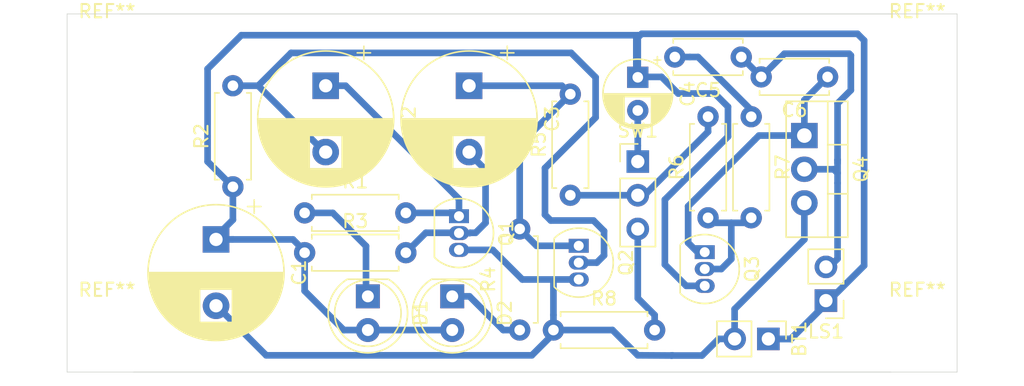
<source format=kicad_pcb>
(kicad_pcb (version 20171130) (host pcbnew 5.1.5)

  (general
    (thickness 1.6)
    (drawings 6)
    (tracks 139)
    (zones 0)
    (modules 27)
    (nets 16)
  )

  (page A4)
  (layers
    (0 F.Cu signal)
    (31 B.Cu signal)
    (32 B.Adhes user)
    (33 F.Adhes user)
    (34 B.Paste user)
    (35 F.Paste user)
    (36 B.SilkS user)
    (37 F.SilkS user)
    (38 B.Mask user)
    (39 F.Mask user)
    (40 Dwgs.User user)
    (41 Cmts.User user)
    (42 Eco1.User user)
    (43 Eco2.User user)
    (44 Edge.Cuts user)
    (45 Margin user)
    (46 B.CrtYd user)
    (47 F.CrtYd user)
    (48 B.Fab user)
    (49 F.Fab user)
  )

  (setup
    (last_trace_width 1)
    (user_trace_width 0.5)
    (trace_clearance 0.2)
    (zone_clearance 0.508)
    (zone_45_only no)
    (trace_min 0.2)
    (via_size 0.8)
    (via_drill 0.4)
    (via_min_size 0.4)
    (via_min_drill 0.3)
    (uvia_size 0.3)
    (uvia_drill 0.1)
    (uvias_allowed no)
    (uvia_min_size 0.2)
    (uvia_min_drill 0.1)
    (edge_width 0.05)
    (segment_width 0.2)
    (pcb_text_width 0.3)
    (pcb_text_size 1.5 1.5)
    (mod_edge_width 0.12)
    (mod_text_size 1 1)
    (mod_text_width 0.15)
    (pad_size 1.524 1.524)
    (pad_drill 0.762)
    (pad_to_mask_clearance 0.051)
    (solder_mask_min_width 0.25)
    (aux_axis_origin 0 0)
    (visible_elements FFFFEF7F)
    (pcbplotparams
      (layerselection 0x01040_7ffffffe)
      (usegerberextensions false)
      (usegerberattributes false)
      (usegerberadvancedattributes false)
      (creategerberjobfile false)
      (excludeedgelayer false)
      (linewidth 0.500000)
      (plotframeref false)
      (viasonmask false)
      (mode 1)
      (useauxorigin false)
      (hpglpennumber 1)
      (hpglpenspeed 20)
      (hpglpendiameter 15.000000)
      (psnegative true)
      (psa4output false)
      (plotreference false)
      (plotvalue false)
      (plotinvisibletext false)
      (padsonsilk true)
      (subtractmaskfromsilk false)
      (outputformat 4)
      (mirror false)
      (drillshape 2)
      (scaleselection 1)
      (outputdirectory ""))
  )

  (net 0 "")
  (net 1 "Net-(C2-Pad2)")
  (net 2 "Net-(C2-Pad1)")
  (net 3 "Net-(C3-Pad2)")
  (net 4 "Net-(C4-Pad2)")
  (net 5 "Net-(C5-Pad2)")
  (net 6 "Net-(C5-Pad1)")
  (net 7 "Net-(C6-Pad1)")
  (net 8 "Net-(D1-Pad1)")
  (net 9 "Net-(D2-Pad1)")
  (net 10 "Net-(Q3-Pad2)")
  (net 11 GND)
  (net 12 VCC)
  (net 13 MV_OUT)
  (net 14 PITCH)
  (net 15 "Net-(R8-Pad2)")

  (net_class Default "This is the default net class."
    (clearance 0.2)
    (trace_width 1)
    (via_dia 0.8)
    (via_drill 0.4)
    (uvia_dia 0.3)
    (uvia_drill 0.1)
    (add_net GND)
    (add_net MV_OUT)
    (add_net "Net-(C2-Pad1)")
    (add_net "Net-(C2-Pad2)")
    (add_net "Net-(C3-Pad2)")
    (add_net "Net-(C4-Pad2)")
    (add_net "Net-(C5-Pad1)")
    (add_net "Net-(C5-Pad2)")
    (add_net "Net-(C6-Pad1)")
    (add_net "Net-(D1-Pad1)")
    (add_net "Net-(D2-Pad1)")
    (add_net "Net-(Q3-Pad2)")
    (add_net "Net-(R8-Pad2)")
    (add_net PITCH)
    (add_net VCC)
  )

  (module Connector_PinHeader_2.54mm:PinHeader_1x03_P2.54mm_Vertical (layer F.Cu) (tedit 59FED5CC) (tstamp 5DE7EFF1)
    (at 88.96 60.13)
    (descr "Through hole straight pin header, 1x03, 2.54mm pitch, single row")
    (tags "Through hole pin header THT 1x03 2.54mm single row")
    (path /5DE89D73)
    (fp_text reference SW1 (at 0 -2.33) (layer F.SilkS)
      (effects (font (size 1 1) (thickness 0.15)))
    )
    (fp_text value MODE (at 0 7.41) (layer F.Fab)
      (effects (font (size 1 1) (thickness 0.15)))
    )
    (fp_text user %R (at 0 2.54 90) (layer F.Fab)
      (effects (font (size 1 1) (thickness 0.15)))
    )
    (fp_line (start 1.8 -1.8) (end -1.8 -1.8) (layer F.CrtYd) (width 0.05))
    (fp_line (start 1.8 6.85) (end 1.8 -1.8) (layer F.CrtYd) (width 0.05))
    (fp_line (start -1.8 6.85) (end 1.8 6.85) (layer F.CrtYd) (width 0.05))
    (fp_line (start -1.8 -1.8) (end -1.8 6.85) (layer F.CrtYd) (width 0.05))
    (fp_line (start -1.33 -1.33) (end 0 -1.33) (layer F.SilkS) (width 0.12))
    (fp_line (start -1.33 0) (end -1.33 -1.33) (layer F.SilkS) (width 0.12))
    (fp_line (start -1.33 1.27) (end 1.33 1.27) (layer F.SilkS) (width 0.12))
    (fp_line (start 1.33 1.27) (end 1.33 6.41) (layer F.SilkS) (width 0.12))
    (fp_line (start -1.33 1.27) (end -1.33 6.41) (layer F.SilkS) (width 0.12))
    (fp_line (start -1.33 6.41) (end 1.33 6.41) (layer F.SilkS) (width 0.12))
    (fp_line (start -1.27 -0.635) (end -0.635 -1.27) (layer F.Fab) (width 0.1))
    (fp_line (start -1.27 6.35) (end -1.27 -0.635) (layer F.Fab) (width 0.1))
    (fp_line (start 1.27 6.35) (end -1.27 6.35) (layer F.Fab) (width 0.1))
    (fp_line (start 1.27 -1.27) (end 1.27 6.35) (layer F.Fab) (width 0.1))
    (fp_line (start -0.635 -1.27) (end 1.27 -1.27) (layer F.Fab) (width 0.1))
    (pad 3 thru_hole oval (at 0 5.08) (size 1.7 1.7) (drill 1) (layers *.Cu *.Mask)
      (net 15 "Net-(R8-Pad2)"))
    (pad 2 thru_hole oval (at 0 2.54) (size 1.7 1.7) (drill 1) (layers *.Cu *.Mask)
      (net 14 PITCH))
    (pad 1 thru_hole rect (at 0 0) (size 1.7 1.7) (drill 1) (layers *.Cu *.Mask)
      (net 4 "Net-(C4-Pad2)"))
    (model ${KISYS3DMOD}/Connector_PinHeader_2.54mm.3dshapes/PinHeader_1x03_P2.54mm_Vertical.wrl
      (at (xyz 0 0 0))
      (scale (xyz 1 1 1))
      (rotate (xyz 0 0 0))
    )
  )

  (module Connector_PinHeader_2.54mm:PinHeader_1x02_P2.54mm_Vertical (layer F.Cu) (tedit 59FED5CC) (tstamp 5DE7EE27)
    (at 103.124 70.612 180)
    (descr "Through hole straight pin header, 1x02, 2.54mm pitch, single row")
    (tags "Through hole pin header THT 1x02 2.54mm single row")
    (path /5DE85C66)
    (fp_text reference LS1 (at 0 -2.33) (layer F.SilkS)
      (effects (font (size 1 1) (thickness 0.15)))
    )
    (fp_text value "8 Ohm" (at 0 4.87) (layer F.Fab)
      (effects (font (size 1 1) (thickness 0.15)))
    )
    (fp_text user %R (at 0 1.27 90) (layer F.Fab)
      (effects (font (size 1 1) (thickness 0.15)))
    )
    (fp_line (start 1.8 -1.8) (end -1.8 -1.8) (layer F.CrtYd) (width 0.05))
    (fp_line (start 1.8 4.35) (end 1.8 -1.8) (layer F.CrtYd) (width 0.05))
    (fp_line (start -1.8 4.35) (end 1.8 4.35) (layer F.CrtYd) (width 0.05))
    (fp_line (start -1.8 -1.8) (end -1.8 4.35) (layer F.CrtYd) (width 0.05))
    (fp_line (start -1.33 -1.33) (end 0 -1.33) (layer F.SilkS) (width 0.12))
    (fp_line (start -1.33 0) (end -1.33 -1.33) (layer F.SilkS) (width 0.12))
    (fp_line (start -1.33 1.27) (end 1.33 1.27) (layer F.SilkS) (width 0.12))
    (fp_line (start 1.33 1.27) (end 1.33 3.87) (layer F.SilkS) (width 0.12))
    (fp_line (start -1.33 1.27) (end -1.33 3.87) (layer F.SilkS) (width 0.12))
    (fp_line (start -1.33 3.87) (end 1.33 3.87) (layer F.SilkS) (width 0.12))
    (fp_line (start -1.27 -0.635) (end -0.635 -1.27) (layer F.Fab) (width 0.1))
    (fp_line (start -1.27 3.81) (end -1.27 -0.635) (layer F.Fab) (width 0.1))
    (fp_line (start 1.27 3.81) (end -1.27 3.81) (layer F.Fab) (width 0.1))
    (fp_line (start 1.27 -1.27) (end 1.27 3.81) (layer F.Fab) (width 0.1))
    (fp_line (start -0.635 -1.27) (end 1.27 -1.27) (layer F.Fab) (width 0.1))
    (pad 2 thru_hole oval (at 0 2.54 180) (size 1.7 1.7) (drill 1) (layers *.Cu *.Mask)
      (net 6 "Net-(C5-Pad1)"))
    (pad 1 thru_hole rect (at 0 0 180) (size 1.7 1.7) (drill 1) (layers *.Cu *.Mask)
      (net 12 VCC))
    (model ${KISYS3DMOD}/Connector_PinHeader_2.54mm.3dshapes/PinHeader_1x02_P2.54mm_Vertical.wrl
      (at (xyz 0 0 0))
      (scale (xyz 1 1 1))
      (rotate (xyz 0 0 0))
    )
  )

  (module Connector_PinHeader_2.54mm:PinHeader_1x02_P2.54mm_Vertical (layer F.Cu) (tedit 59FED5CC) (tstamp 5DE7F195)
    (at 98.79 73.5 270)
    (descr "Through hole straight pin header, 1x02, 2.54mm pitch, single row")
    (tags "Through hole pin header THT 1x02 2.54mm single row")
    (path /5DE79479)
    (fp_text reference BT1 (at 0 -2.33 90) (layer F.SilkS)
      (effects (font (size 1 1) (thickness 0.15)))
    )
    (fp_text value 4.5V (at 0 4.87 90) (layer F.Fab)
      (effects (font (size 1 1) (thickness 0.15)))
    )
    (fp_text user %R (at 0 1.27) (layer F.Fab)
      (effects (font (size 1 1) (thickness 0.15)))
    )
    (fp_line (start 1.8 -1.8) (end -1.8 -1.8) (layer F.CrtYd) (width 0.05))
    (fp_line (start 1.8 4.35) (end 1.8 -1.8) (layer F.CrtYd) (width 0.05))
    (fp_line (start -1.8 4.35) (end 1.8 4.35) (layer F.CrtYd) (width 0.05))
    (fp_line (start -1.8 -1.8) (end -1.8 4.35) (layer F.CrtYd) (width 0.05))
    (fp_line (start -1.33 -1.33) (end 0 -1.33) (layer F.SilkS) (width 0.12))
    (fp_line (start -1.33 0) (end -1.33 -1.33) (layer F.SilkS) (width 0.12))
    (fp_line (start -1.33 1.27) (end 1.33 1.27) (layer F.SilkS) (width 0.12))
    (fp_line (start 1.33 1.27) (end 1.33 3.87) (layer F.SilkS) (width 0.12))
    (fp_line (start -1.33 1.27) (end -1.33 3.87) (layer F.SilkS) (width 0.12))
    (fp_line (start -1.33 3.87) (end 1.33 3.87) (layer F.SilkS) (width 0.12))
    (fp_line (start -1.27 -0.635) (end -0.635 -1.27) (layer F.Fab) (width 0.1))
    (fp_line (start -1.27 3.81) (end -1.27 -0.635) (layer F.Fab) (width 0.1))
    (fp_line (start 1.27 3.81) (end -1.27 3.81) (layer F.Fab) (width 0.1))
    (fp_line (start 1.27 -1.27) (end 1.27 3.81) (layer F.Fab) (width 0.1))
    (fp_line (start -0.635 -1.27) (end 1.27 -1.27) (layer F.Fab) (width 0.1))
    (pad 2 thru_hole oval (at 0 2.54 270) (size 1.7 1.7) (drill 1) (layers *.Cu *.Mask)
      (net 11 GND))
    (pad 1 thru_hole rect (at 0 0 270) (size 1.7 1.7) (drill 1) (layers *.Cu *.Mask)
      (net 12 VCC))
    (model ${KISYS3DMOD}/Connector_PinHeader_2.54mm.3dshapes/PinHeader_1x02_P2.54mm_Vertical.wrl
      (at (xyz 0 0 0))
      (scale (xyz 1 1 1))
      (rotate (xyz 0 0 0))
    )
  )

  (module MountingHole:MountingHole_2.1mm (layer F.Cu) (tedit 5B924765) (tstamp 5DE210E2)
    (at 110 73)
    (descr "Mounting Hole 2.1mm, no annular")
    (tags "mounting hole 2.1mm no annular")
    (attr virtual)
    (fp_text reference REF** (at 0 -3.2) (layer F.SilkS)
      (effects (font (size 1 1) (thickness 0.15)))
    )
    (fp_text value MountingHole_2.1mm (at 0 3.2) (layer F.Fab)
      (effects (font (size 1 1) (thickness 0.15)))
    )
    (fp_circle (center 0 0) (end 2.35 0) (layer F.CrtYd) (width 0.05))
    (fp_circle (center 0 0) (end 2.1 0) (layer Cmts.User) (width 0.15))
    (fp_text user %R (at 0.3 0) (layer F.Fab)
      (effects (font (size 1 1) (thickness 0.15)))
    )
    (pad "" np_thru_hole circle (at 0 0) (size 2.1 2.1) (drill 2.1) (layers *.Cu *.Mask))
  )

  (module MountingHole:MountingHole_2.1mm (layer F.Cu) (tedit 5B924765) (tstamp 5DE210CF)
    (at 110 52)
    (descr "Mounting Hole 2.1mm, no annular")
    (tags "mounting hole 2.1mm no annular")
    (attr virtual)
    (fp_text reference REF** (at 0 -3.2) (layer F.SilkS)
      (effects (font (size 1 1) (thickness 0.15)))
    )
    (fp_text value MountingHole_2.1mm (at 0 3.2) (layer F.Fab)
      (effects (font (size 1 1) (thickness 0.15)))
    )
    (fp_text user %R (at 0.3 0) (layer F.Fab)
      (effects (font (size 1 1) (thickness 0.15)))
    )
    (fp_circle (center 0 0) (end 2.1 0) (layer Cmts.User) (width 0.15))
    (fp_circle (center 0 0) (end 2.35 0) (layer F.CrtYd) (width 0.05))
    (pad "" np_thru_hole circle (at 0 0) (size 2.1 2.1) (drill 2.1) (layers *.Cu *.Mask))
  )

  (module MountingHole:MountingHole_2.1mm (layer F.Cu) (tedit 5B924765) (tstamp 5DE210A0)
    (at 49 73)
    (descr "Mounting Hole 2.1mm, no annular")
    (tags "mounting hole 2.1mm no annular")
    (attr virtual)
    (fp_text reference REF** (at 0 -3.2) (layer F.SilkS)
      (effects (font (size 1 1) (thickness 0.15)))
    )
    (fp_text value MountingHole_2.1mm (at 0 3.2) (layer F.Fab)
      (effects (font (size 1 1) (thickness 0.15)))
    )
    (fp_text user %R (at 0.3 0) (layer F.Fab)
      (effects (font (size 1 1) (thickness 0.15)))
    )
    (fp_circle (center 0 0) (end 2.1 0) (layer Cmts.User) (width 0.15))
    (fp_circle (center 0 0) (end 2.35 0) (layer F.CrtYd) (width 0.05))
    (pad "" np_thru_hole circle (at 0 0) (size 2.1 2.1) (drill 2.1) (layers *.Cu *.Mask))
  )

  (module MountingHole:MountingHole_2.1mm (layer F.Cu) (tedit 5B924765) (tstamp 5DE2109D)
    (at 49 52)
    (descr "Mounting Hole 2.1mm, no annular")
    (tags "mounting hole 2.1mm no annular")
    (attr virtual)
    (fp_text reference REF** (at 0 -3.2) (layer F.SilkS)
      (effects (font (size 1 1) (thickness 0.15)))
    )
    (fp_text value MountingHole_2.1mm (at 0 3.2) (layer F.Fab)
      (effects (font (size 1 1) (thickness 0.15)))
    )
    (fp_circle (center 0 0) (end 2.35 0) (layer F.CrtYd) (width 0.05))
    (fp_circle (center 0 0) (end 2.1 0) (layer Cmts.User) (width 0.15))
    (fp_text user %R (at 0.3 0) (layer F.Fab)
      (effects (font (size 1 1) (thickness 0.15)))
    )
    (pad "" np_thru_hole circle (at 0 0) (size 2.1 2.1) (drill 2.1) (layers *.Cu *.Mask))
  )

  (module Capacitor_THT:C_Disc_D5.0mm_W2.5mm_P5.00mm (layer F.Cu) (tedit 5AE50EF0) (tstamp 5DDE1709)
    (at 96.75 52.25 180)
    (descr "C, Disc series, Radial, pin pitch=5.00mm, , diameter*width=5*2.5mm^2, Capacitor, http://cdn-reichelt.de/documents/datenblatt/B300/DS_KERKO_TC.pdf")
    (tags "C Disc series Radial pin pitch 5.00mm  diameter 5mm width 2.5mm Capacitor")
    (path /5DE158B7)
    (fp_text reference C5 (at 2.5 -2.5) (layer F.SilkS)
      (effects (font (size 1 1) (thickness 0.15)))
    )
    (fp_text value 10n (at 2.5 2.5) (layer F.Fab)
      (effects (font (size 1 1) (thickness 0.15)))
    )
    (fp_text user %R (at 2.5 0) (layer F.Fab)
      (effects (font (size 1 1) (thickness 0.15)))
    )
    (fp_line (start 6.05 -1.5) (end -1.05 -1.5) (layer F.CrtYd) (width 0.05))
    (fp_line (start 6.05 1.5) (end 6.05 -1.5) (layer F.CrtYd) (width 0.05))
    (fp_line (start -1.05 1.5) (end 6.05 1.5) (layer F.CrtYd) (width 0.05))
    (fp_line (start -1.05 -1.5) (end -1.05 1.5) (layer F.CrtYd) (width 0.05))
    (fp_line (start 5.12 1.055) (end 5.12 1.37) (layer F.SilkS) (width 0.12))
    (fp_line (start 5.12 -1.37) (end 5.12 -1.055) (layer F.SilkS) (width 0.12))
    (fp_line (start -0.12 1.055) (end -0.12 1.37) (layer F.SilkS) (width 0.12))
    (fp_line (start -0.12 -1.37) (end -0.12 -1.055) (layer F.SilkS) (width 0.12))
    (fp_line (start -0.12 1.37) (end 5.12 1.37) (layer F.SilkS) (width 0.12))
    (fp_line (start -0.12 -1.37) (end 5.12 -1.37) (layer F.SilkS) (width 0.12))
    (fp_line (start 5 -1.25) (end 0 -1.25) (layer F.Fab) (width 0.1))
    (fp_line (start 5 1.25) (end 5 -1.25) (layer F.Fab) (width 0.1))
    (fp_line (start 0 1.25) (end 5 1.25) (layer F.Fab) (width 0.1))
    (fp_line (start 0 -1.25) (end 0 1.25) (layer F.Fab) (width 0.1))
    (pad 2 thru_hole circle (at 5 0 180) (size 1.6 1.6) (drill 0.8) (layers *.Cu *.Mask)
      (net 5 "Net-(C5-Pad2)"))
    (pad 1 thru_hole circle (at 0 0 180) (size 1.6 1.6) (drill 0.8) (layers *.Cu *.Mask)
      (net 6 "Net-(C5-Pad1)"))
    (model ${KISYS3DMOD}/Capacitor_THT.3dshapes/C_Disc_D5.0mm_W2.5mm_P5.00mm.wrl
      (at (xyz 0 0 0))
      (scale (xyz 1 1 1))
      (rotate (xyz 0 0 0))
    )
  )

  (module Resistor_THT:R_Axial_DIN0207_L6.3mm_D2.5mm_P7.62mm_Horizontal (layer F.Cu) (tedit 5AE5139B) (tstamp 5DDE186C)
    (at 94.25 64.37 90)
    (descr "Resistor, Axial_DIN0207 series, Axial, Horizontal, pin pitch=7.62mm, 0.25W = 1/4W, length*diameter=6.3*2.5mm^2, http://cdn-reichelt.de/documents/datenblatt/B400/1_4W%23YAG.pdf")
    (tags "Resistor Axial_DIN0207 series Axial Horizontal pin pitch 7.62mm 0.25W = 1/4W length 6.3mm diameter 2.5mm")
    (path /5DE29C64)
    (fp_text reference R6 (at 3.81 -2.37 90) (layer F.SilkS)
      (effects (font (size 1 1) (thickness 0.15)))
    )
    (fp_text value 220k (at 3.81 2.37 90) (layer F.Fab)
      (effects (font (size 1 1) (thickness 0.15)))
    )
    (fp_text user %R (at 3.81 0 90) (layer F.Fab)
      (effects (font (size 1 1) (thickness 0.15)))
    )
    (fp_line (start 8.67 -1.5) (end -1.05 -1.5) (layer F.CrtYd) (width 0.05))
    (fp_line (start 8.67 1.5) (end 8.67 -1.5) (layer F.CrtYd) (width 0.05))
    (fp_line (start -1.05 1.5) (end 8.67 1.5) (layer F.CrtYd) (width 0.05))
    (fp_line (start -1.05 -1.5) (end -1.05 1.5) (layer F.CrtYd) (width 0.05))
    (fp_line (start 7.08 1.37) (end 7.08 1.04) (layer F.SilkS) (width 0.12))
    (fp_line (start 0.54 1.37) (end 7.08 1.37) (layer F.SilkS) (width 0.12))
    (fp_line (start 0.54 1.04) (end 0.54 1.37) (layer F.SilkS) (width 0.12))
    (fp_line (start 7.08 -1.37) (end 7.08 -1.04) (layer F.SilkS) (width 0.12))
    (fp_line (start 0.54 -1.37) (end 7.08 -1.37) (layer F.SilkS) (width 0.12))
    (fp_line (start 0.54 -1.04) (end 0.54 -1.37) (layer F.SilkS) (width 0.12))
    (fp_line (start 7.62 0) (end 6.96 0) (layer F.Fab) (width 0.1))
    (fp_line (start 0 0) (end 0.66 0) (layer F.Fab) (width 0.1))
    (fp_line (start 6.96 -1.25) (end 0.66 -1.25) (layer F.Fab) (width 0.1))
    (fp_line (start 6.96 1.25) (end 6.96 -1.25) (layer F.Fab) (width 0.1))
    (fp_line (start 0.66 1.25) (end 6.96 1.25) (layer F.Fab) (width 0.1))
    (fp_line (start 0.66 -1.25) (end 0.66 1.25) (layer F.Fab) (width 0.1))
    (pad 2 thru_hole oval (at 7.62 0 90) (size 1.6 1.6) (drill 0.8) (layers *.Cu *.Mask)
      (net 14 PITCH))
    (pad 1 thru_hole circle (at 0 0 90) (size 1.6 1.6) (drill 0.8) (layers *.Cu *.Mask)
      (net 10 "Net-(Q3-Pad2)"))
    (model ${KISYS3DMOD}/Resistor_THT.3dshapes/R_Axial_DIN0207_L6.3mm_D2.5mm_P7.62mm_Horizontal.wrl
      (at (xyz 0 0 0))
      (scale (xyz 1 1 1))
      (rotate (xyz 0 0 0))
    )
  )

  (module Package_TO_SOT_THT:TO-220-3_Vertical (layer F.Cu) (tedit 5AC8BA0D) (tstamp 5DE208BE)
    (at 101.5 58.17 270)
    (descr "TO-220-3, Vertical, RM 2.54mm, see https://www.vishay.com/docs/66542/to-220-1.pdf")
    (tags "TO-220-3 Vertical RM 2.54mm")
    (path /5DE19CEE)
    (fp_text reference Q4 (at 2.54 -4.27 90) (layer F.SilkS)
      (effects (font (size 1 1) (thickness 0.15)))
    )
    (fp_text value TIP31C (at 2.54 2.5 90) (layer F.Fab)
      (effects (font (size 1 1) (thickness 0.15)))
    )
    (fp_text user %R (at 2.54 -4.27 90) (layer F.Fab)
      (effects (font (size 1 1) (thickness 0.15)))
    )
    (fp_line (start 7.79 -3.4) (end -2.71 -3.4) (layer F.CrtYd) (width 0.05))
    (fp_line (start 7.79 1.51) (end 7.79 -3.4) (layer F.CrtYd) (width 0.05))
    (fp_line (start -2.71 1.51) (end 7.79 1.51) (layer F.CrtYd) (width 0.05))
    (fp_line (start -2.71 -3.4) (end -2.71 1.51) (layer F.CrtYd) (width 0.05))
    (fp_line (start 4.391 -3.27) (end 4.391 -1.76) (layer F.SilkS) (width 0.12))
    (fp_line (start 0.69 -3.27) (end 0.69 -1.76) (layer F.SilkS) (width 0.12))
    (fp_line (start -2.58 -1.76) (end 7.66 -1.76) (layer F.SilkS) (width 0.12))
    (fp_line (start 7.66 -3.27) (end 7.66 1.371) (layer F.SilkS) (width 0.12))
    (fp_line (start -2.58 -3.27) (end -2.58 1.371) (layer F.SilkS) (width 0.12))
    (fp_line (start -2.58 1.371) (end 7.66 1.371) (layer F.SilkS) (width 0.12))
    (fp_line (start -2.58 -3.27) (end 7.66 -3.27) (layer F.SilkS) (width 0.12))
    (fp_line (start 4.39 -3.15) (end 4.39 -1.88) (layer F.Fab) (width 0.1))
    (fp_line (start 0.69 -3.15) (end 0.69 -1.88) (layer F.Fab) (width 0.1))
    (fp_line (start -2.46 -1.88) (end 7.54 -1.88) (layer F.Fab) (width 0.1))
    (fp_line (start 7.54 -3.15) (end -2.46 -3.15) (layer F.Fab) (width 0.1))
    (fp_line (start 7.54 1.25) (end 7.54 -3.15) (layer F.Fab) (width 0.1))
    (fp_line (start -2.46 1.25) (end 7.54 1.25) (layer F.Fab) (width 0.1))
    (fp_line (start -2.46 -3.15) (end -2.46 1.25) (layer F.Fab) (width 0.1))
    (pad 3 thru_hole oval (at 5.08 0 270) (size 1.905 2) (drill 1.1) (layers *.Cu *.Mask)
      (net 11 GND))
    (pad 2 thru_hole oval (at 2.54 0 270) (size 1.905 2) (drill 1.1) (layers *.Cu *.Mask)
      (net 6 "Net-(C5-Pad1)"))
    (pad 1 thru_hole rect (at 0 0 270) (size 1.905 2) (drill 1.1) (layers *.Cu *.Mask)
      (net 7 "Net-(C6-Pad1)"))
    (model ${KISYS3DMOD}/Package_TO_SOT_THT.3dshapes/TO-220-3_Vertical.wrl
      (at (xyz 0 0 0))
      (scale (xyz 1 1 1))
      (rotate (xyz 0 0 0))
    )
  )

  (module Capacitor_THT:CP_Radial_D10.0mm_P5.00mm (layer F.Cu) (tedit 5AE50EF1) (tstamp 5DDE149C)
    (at 57.21 66 270)
    (descr "CP, Radial series, Radial, pin pitch=5.00mm, , diameter=10mm, Electrolytic Capacitor")
    (tags "CP Radial series Radial pin pitch 5.00mm  diameter 10mm Electrolytic Capacitor")
    (path /5DE3576B)
    (fp_text reference C1 (at 2.5 -6.25 90) (layer F.SilkS)
      (effects (font (size 1 1) (thickness 0.15)))
    )
    (fp_text value 100u (at 2.5 6.25 90) (layer F.Fab)
      (effects (font (size 1 1) (thickness 0.15)))
    )
    (fp_text user %R (at 2.5 0 90) (layer F.Fab)
      (effects (font (size 1 1) (thickness 0.15)))
    )
    (fp_line (start -2.479646 -3.375) (end -2.479646 -2.375) (layer F.SilkS) (width 0.12))
    (fp_line (start -2.979646 -2.875) (end -1.979646 -2.875) (layer F.SilkS) (width 0.12))
    (fp_line (start 7.581 -0.599) (end 7.581 0.599) (layer F.SilkS) (width 0.12))
    (fp_line (start 7.541 -0.862) (end 7.541 0.862) (layer F.SilkS) (width 0.12))
    (fp_line (start 7.501 -1.062) (end 7.501 1.062) (layer F.SilkS) (width 0.12))
    (fp_line (start 7.461 -1.23) (end 7.461 1.23) (layer F.SilkS) (width 0.12))
    (fp_line (start 7.421 -1.378) (end 7.421 1.378) (layer F.SilkS) (width 0.12))
    (fp_line (start 7.381 -1.51) (end 7.381 1.51) (layer F.SilkS) (width 0.12))
    (fp_line (start 7.341 -1.63) (end 7.341 1.63) (layer F.SilkS) (width 0.12))
    (fp_line (start 7.301 -1.742) (end 7.301 1.742) (layer F.SilkS) (width 0.12))
    (fp_line (start 7.261 -1.846) (end 7.261 1.846) (layer F.SilkS) (width 0.12))
    (fp_line (start 7.221 -1.944) (end 7.221 1.944) (layer F.SilkS) (width 0.12))
    (fp_line (start 7.181 -2.037) (end 7.181 2.037) (layer F.SilkS) (width 0.12))
    (fp_line (start 7.141 -2.125) (end 7.141 2.125) (layer F.SilkS) (width 0.12))
    (fp_line (start 7.101 -2.209) (end 7.101 2.209) (layer F.SilkS) (width 0.12))
    (fp_line (start 7.061 -2.289) (end 7.061 2.289) (layer F.SilkS) (width 0.12))
    (fp_line (start 7.021 -2.365) (end 7.021 2.365) (layer F.SilkS) (width 0.12))
    (fp_line (start 6.981 -2.439) (end 6.981 2.439) (layer F.SilkS) (width 0.12))
    (fp_line (start 6.941 -2.51) (end 6.941 2.51) (layer F.SilkS) (width 0.12))
    (fp_line (start 6.901 -2.579) (end 6.901 2.579) (layer F.SilkS) (width 0.12))
    (fp_line (start 6.861 -2.645) (end 6.861 2.645) (layer F.SilkS) (width 0.12))
    (fp_line (start 6.821 -2.709) (end 6.821 2.709) (layer F.SilkS) (width 0.12))
    (fp_line (start 6.781 -2.77) (end 6.781 2.77) (layer F.SilkS) (width 0.12))
    (fp_line (start 6.741 -2.83) (end 6.741 2.83) (layer F.SilkS) (width 0.12))
    (fp_line (start 6.701 -2.889) (end 6.701 2.889) (layer F.SilkS) (width 0.12))
    (fp_line (start 6.661 -2.945) (end 6.661 2.945) (layer F.SilkS) (width 0.12))
    (fp_line (start 6.621 -3) (end 6.621 3) (layer F.SilkS) (width 0.12))
    (fp_line (start 6.581 -3.054) (end 6.581 3.054) (layer F.SilkS) (width 0.12))
    (fp_line (start 6.541 -3.106) (end 6.541 3.106) (layer F.SilkS) (width 0.12))
    (fp_line (start 6.501 -3.156) (end 6.501 3.156) (layer F.SilkS) (width 0.12))
    (fp_line (start 6.461 -3.206) (end 6.461 3.206) (layer F.SilkS) (width 0.12))
    (fp_line (start 6.421 -3.254) (end 6.421 3.254) (layer F.SilkS) (width 0.12))
    (fp_line (start 6.381 -3.301) (end 6.381 3.301) (layer F.SilkS) (width 0.12))
    (fp_line (start 6.341 -3.347) (end 6.341 3.347) (layer F.SilkS) (width 0.12))
    (fp_line (start 6.301 -3.392) (end 6.301 3.392) (layer F.SilkS) (width 0.12))
    (fp_line (start 6.261 -3.436) (end 6.261 3.436) (layer F.SilkS) (width 0.12))
    (fp_line (start 6.221 1.241) (end 6.221 3.478) (layer F.SilkS) (width 0.12))
    (fp_line (start 6.221 -3.478) (end 6.221 -1.241) (layer F.SilkS) (width 0.12))
    (fp_line (start 6.181 1.241) (end 6.181 3.52) (layer F.SilkS) (width 0.12))
    (fp_line (start 6.181 -3.52) (end 6.181 -1.241) (layer F.SilkS) (width 0.12))
    (fp_line (start 6.141 1.241) (end 6.141 3.561) (layer F.SilkS) (width 0.12))
    (fp_line (start 6.141 -3.561) (end 6.141 -1.241) (layer F.SilkS) (width 0.12))
    (fp_line (start 6.101 1.241) (end 6.101 3.601) (layer F.SilkS) (width 0.12))
    (fp_line (start 6.101 -3.601) (end 6.101 -1.241) (layer F.SilkS) (width 0.12))
    (fp_line (start 6.061 1.241) (end 6.061 3.64) (layer F.SilkS) (width 0.12))
    (fp_line (start 6.061 -3.64) (end 6.061 -1.241) (layer F.SilkS) (width 0.12))
    (fp_line (start 6.021 1.241) (end 6.021 3.679) (layer F.SilkS) (width 0.12))
    (fp_line (start 6.021 -3.679) (end 6.021 -1.241) (layer F.SilkS) (width 0.12))
    (fp_line (start 5.981 1.241) (end 5.981 3.716) (layer F.SilkS) (width 0.12))
    (fp_line (start 5.981 -3.716) (end 5.981 -1.241) (layer F.SilkS) (width 0.12))
    (fp_line (start 5.941 1.241) (end 5.941 3.753) (layer F.SilkS) (width 0.12))
    (fp_line (start 5.941 -3.753) (end 5.941 -1.241) (layer F.SilkS) (width 0.12))
    (fp_line (start 5.901 1.241) (end 5.901 3.789) (layer F.SilkS) (width 0.12))
    (fp_line (start 5.901 -3.789) (end 5.901 -1.241) (layer F.SilkS) (width 0.12))
    (fp_line (start 5.861 1.241) (end 5.861 3.824) (layer F.SilkS) (width 0.12))
    (fp_line (start 5.861 -3.824) (end 5.861 -1.241) (layer F.SilkS) (width 0.12))
    (fp_line (start 5.821 1.241) (end 5.821 3.858) (layer F.SilkS) (width 0.12))
    (fp_line (start 5.821 -3.858) (end 5.821 -1.241) (layer F.SilkS) (width 0.12))
    (fp_line (start 5.781 1.241) (end 5.781 3.892) (layer F.SilkS) (width 0.12))
    (fp_line (start 5.781 -3.892) (end 5.781 -1.241) (layer F.SilkS) (width 0.12))
    (fp_line (start 5.741 1.241) (end 5.741 3.925) (layer F.SilkS) (width 0.12))
    (fp_line (start 5.741 -3.925) (end 5.741 -1.241) (layer F.SilkS) (width 0.12))
    (fp_line (start 5.701 1.241) (end 5.701 3.957) (layer F.SilkS) (width 0.12))
    (fp_line (start 5.701 -3.957) (end 5.701 -1.241) (layer F.SilkS) (width 0.12))
    (fp_line (start 5.661 1.241) (end 5.661 3.989) (layer F.SilkS) (width 0.12))
    (fp_line (start 5.661 -3.989) (end 5.661 -1.241) (layer F.SilkS) (width 0.12))
    (fp_line (start 5.621 1.241) (end 5.621 4.02) (layer F.SilkS) (width 0.12))
    (fp_line (start 5.621 -4.02) (end 5.621 -1.241) (layer F.SilkS) (width 0.12))
    (fp_line (start 5.581 1.241) (end 5.581 4.05) (layer F.SilkS) (width 0.12))
    (fp_line (start 5.581 -4.05) (end 5.581 -1.241) (layer F.SilkS) (width 0.12))
    (fp_line (start 5.541 1.241) (end 5.541 4.08) (layer F.SilkS) (width 0.12))
    (fp_line (start 5.541 -4.08) (end 5.541 -1.241) (layer F.SilkS) (width 0.12))
    (fp_line (start 5.501 1.241) (end 5.501 4.11) (layer F.SilkS) (width 0.12))
    (fp_line (start 5.501 -4.11) (end 5.501 -1.241) (layer F.SilkS) (width 0.12))
    (fp_line (start 5.461 1.241) (end 5.461 4.138) (layer F.SilkS) (width 0.12))
    (fp_line (start 5.461 -4.138) (end 5.461 -1.241) (layer F.SilkS) (width 0.12))
    (fp_line (start 5.421 1.241) (end 5.421 4.166) (layer F.SilkS) (width 0.12))
    (fp_line (start 5.421 -4.166) (end 5.421 -1.241) (layer F.SilkS) (width 0.12))
    (fp_line (start 5.381 1.241) (end 5.381 4.194) (layer F.SilkS) (width 0.12))
    (fp_line (start 5.381 -4.194) (end 5.381 -1.241) (layer F.SilkS) (width 0.12))
    (fp_line (start 5.341 1.241) (end 5.341 4.221) (layer F.SilkS) (width 0.12))
    (fp_line (start 5.341 -4.221) (end 5.341 -1.241) (layer F.SilkS) (width 0.12))
    (fp_line (start 5.301 1.241) (end 5.301 4.247) (layer F.SilkS) (width 0.12))
    (fp_line (start 5.301 -4.247) (end 5.301 -1.241) (layer F.SilkS) (width 0.12))
    (fp_line (start 5.261 1.241) (end 5.261 4.273) (layer F.SilkS) (width 0.12))
    (fp_line (start 5.261 -4.273) (end 5.261 -1.241) (layer F.SilkS) (width 0.12))
    (fp_line (start 5.221 1.241) (end 5.221 4.298) (layer F.SilkS) (width 0.12))
    (fp_line (start 5.221 -4.298) (end 5.221 -1.241) (layer F.SilkS) (width 0.12))
    (fp_line (start 5.181 1.241) (end 5.181 4.323) (layer F.SilkS) (width 0.12))
    (fp_line (start 5.181 -4.323) (end 5.181 -1.241) (layer F.SilkS) (width 0.12))
    (fp_line (start 5.141 1.241) (end 5.141 4.347) (layer F.SilkS) (width 0.12))
    (fp_line (start 5.141 -4.347) (end 5.141 -1.241) (layer F.SilkS) (width 0.12))
    (fp_line (start 5.101 1.241) (end 5.101 4.371) (layer F.SilkS) (width 0.12))
    (fp_line (start 5.101 -4.371) (end 5.101 -1.241) (layer F.SilkS) (width 0.12))
    (fp_line (start 5.061 1.241) (end 5.061 4.395) (layer F.SilkS) (width 0.12))
    (fp_line (start 5.061 -4.395) (end 5.061 -1.241) (layer F.SilkS) (width 0.12))
    (fp_line (start 5.021 1.241) (end 5.021 4.417) (layer F.SilkS) (width 0.12))
    (fp_line (start 5.021 -4.417) (end 5.021 -1.241) (layer F.SilkS) (width 0.12))
    (fp_line (start 4.981 1.241) (end 4.981 4.44) (layer F.SilkS) (width 0.12))
    (fp_line (start 4.981 -4.44) (end 4.981 -1.241) (layer F.SilkS) (width 0.12))
    (fp_line (start 4.941 1.241) (end 4.941 4.462) (layer F.SilkS) (width 0.12))
    (fp_line (start 4.941 -4.462) (end 4.941 -1.241) (layer F.SilkS) (width 0.12))
    (fp_line (start 4.901 1.241) (end 4.901 4.483) (layer F.SilkS) (width 0.12))
    (fp_line (start 4.901 -4.483) (end 4.901 -1.241) (layer F.SilkS) (width 0.12))
    (fp_line (start 4.861 1.241) (end 4.861 4.504) (layer F.SilkS) (width 0.12))
    (fp_line (start 4.861 -4.504) (end 4.861 -1.241) (layer F.SilkS) (width 0.12))
    (fp_line (start 4.821 1.241) (end 4.821 4.525) (layer F.SilkS) (width 0.12))
    (fp_line (start 4.821 -4.525) (end 4.821 -1.241) (layer F.SilkS) (width 0.12))
    (fp_line (start 4.781 1.241) (end 4.781 4.545) (layer F.SilkS) (width 0.12))
    (fp_line (start 4.781 -4.545) (end 4.781 -1.241) (layer F.SilkS) (width 0.12))
    (fp_line (start 4.741 1.241) (end 4.741 4.564) (layer F.SilkS) (width 0.12))
    (fp_line (start 4.741 -4.564) (end 4.741 -1.241) (layer F.SilkS) (width 0.12))
    (fp_line (start 4.701 1.241) (end 4.701 4.584) (layer F.SilkS) (width 0.12))
    (fp_line (start 4.701 -4.584) (end 4.701 -1.241) (layer F.SilkS) (width 0.12))
    (fp_line (start 4.661 1.241) (end 4.661 4.603) (layer F.SilkS) (width 0.12))
    (fp_line (start 4.661 -4.603) (end 4.661 -1.241) (layer F.SilkS) (width 0.12))
    (fp_line (start 4.621 1.241) (end 4.621 4.621) (layer F.SilkS) (width 0.12))
    (fp_line (start 4.621 -4.621) (end 4.621 -1.241) (layer F.SilkS) (width 0.12))
    (fp_line (start 4.581 1.241) (end 4.581 4.639) (layer F.SilkS) (width 0.12))
    (fp_line (start 4.581 -4.639) (end 4.581 -1.241) (layer F.SilkS) (width 0.12))
    (fp_line (start 4.541 1.241) (end 4.541 4.657) (layer F.SilkS) (width 0.12))
    (fp_line (start 4.541 -4.657) (end 4.541 -1.241) (layer F.SilkS) (width 0.12))
    (fp_line (start 4.501 1.241) (end 4.501 4.674) (layer F.SilkS) (width 0.12))
    (fp_line (start 4.501 -4.674) (end 4.501 -1.241) (layer F.SilkS) (width 0.12))
    (fp_line (start 4.461 1.241) (end 4.461 4.69) (layer F.SilkS) (width 0.12))
    (fp_line (start 4.461 -4.69) (end 4.461 -1.241) (layer F.SilkS) (width 0.12))
    (fp_line (start 4.421 1.241) (end 4.421 4.707) (layer F.SilkS) (width 0.12))
    (fp_line (start 4.421 -4.707) (end 4.421 -1.241) (layer F.SilkS) (width 0.12))
    (fp_line (start 4.381 1.241) (end 4.381 4.723) (layer F.SilkS) (width 0.12))
    (fp_line (start 4.381 -4.723) (end 4.381 -1.241) (layer F.SilkS) (width 0.12))
    (fp_line (start 4.341 1.241) (end 4.341 4.738) (layer F.SilkS) (width 0.12))
    (fp_line (start 4.341 -4.738) (end 4.341 -1.241) (layer F.SilkS) (width 0.12))
    (fp_line (start 4.301 1.241) (end 4.301 4.754) (layer F.SilkS) (width 0.12))
    (fp_line (start 4.301 -4.754) (end 4.301 -1.241) (layer F.SilkS) (width 0.12))
    (fp_line (start 4.261 1.241) (end 4.261 4.768) (layer F.SilkS) (width 0.12))
    (fp_line (start 4.261 -4.768) (end 4.261 -1.241) (layer F.SilkS) (width 0.12))
    (fp_line (start 4.221 1.241) (end 4.221 4.783) (layer F.SilkS) (width 0.12))
    (fp_line (start 4.221 -4.783) (end 4.221 -1.241) (layer F.SilkS) (width 0.12))
    (fp_line (start 4.181 1.241) (end 4.181 4.797) (layer F.SilkS) (width 0.12))
    (fp_line (start 4.181 -4.797) (end 4.181 -1.241) (layer F.SilkS) (width 0.12))
    (fp_line (start 4.141 1.241) (end 4.141 4.811) (layer F.SilkS) (width 0.12))
    (fp_line (start 4.141 -4.811) (end 4.141 -1.241) (layer F.SilkS) (width 0.12))
    (fp_line (start 4.101 1.241) (end 4.101 4.824) (layer F.SilkS) (width 0.12))
    (fp_line (start 4.101 -4.824) (end 4.101 -1.241) (layer F.SilkS) (width 0.12))
    (fp_line (start 4.061 1.241) (end 4.061 4.837) (layer F.SilkS) (width 0.12))
    (fp_line (start 4.061 -4.837) (end 4.061 -1.241) (layer F.SilkS) (width 0.12))
    (fp_line (start 4.021 1.241) (end 4.021 4.85) (layer F.SilkS) (width 0.12))
    (fp_line (start 4.021 -4.85) (end 4.021 -1.241) (layer F.SilkS) (width 0.12))
    (fp_line (start 3.981 1.241) (end 3.981 4.862) (layer F.SilkS) (width 0.12))
    (fp_line (start 3.981 -4.862) (end 3.981 -1.241) (layer F.SilkS) (width 0.12))
    (fp_line (start 3.941 1.241) (end 3.941 4.874) (layer F.SilkS) (width 0.12))
    (fp_line (start 3.941 -4.874) (end 3.941 -1.241) (layer F.SilkS) (width 0.12))
    (fp_line (start 3.901 1.241) (end 3.901 4.885) (layer F.SilkS) (width 0.12))
    (fp_line (start 3.901 -4.885) (end 3.901 -1.241) (layer F.SilkS) (width 0.12))
    (fp_line (start 3.861 1.241) (end 3.861 4.897) (layer F.SilkS) (width 0.12))
    (fp_line (start 3.861 -4.897) (end 3.861 -1.241) (layer F.SilkS) (width 0.12))
    (fp_line (start 3.821 1.241) (end 3.821 4.907) (layer F.SilkS) (width 0.12))
    (fp_line (start 3.821 -4.907) (end 3.821 -1.241) (layer F.SilkS) (width 0.12))
    (fp_line (start 3.781 1.241) (end 3.781 4.918) (layer F.SilkS) (width 0.12))
    (fp_line (start 3.781 -4.918) (end 3.781 -1.241) (layer F.SilkS) (width 0.12))
    (fp_line (start 3.741 -4.928) (end 3.741 4.928) (layer F.SilkS) (width 0.12))
    (fp_line (start 3.701 -4.938) (end 3.701 4.938) (layer F.SilkS) (width 0.12))
    (fp_line (start 3.661 -4.947) (end 3.661 4.947) (layer F.SilkS) (width 0.12))
    (fp_line (start 3.621 -4.956) (end 3.621 4.956) (layer F.SilkS) (width 0.12))
    (fp_line (start 3.581 -4.965) (end 3.581 4.965) (layer F.SilkS) (width 0.12))
    (fp_line (start 3.541 -4.974) (end 3.541 4.974) (layer F.SilkS) (width 0.12))
    (fp_line (start 3.501 -4.982) (end 3.501 4.982) (layer F.SilkS) (width 0.12))
    (fp_line (start 3.461 -4.99) (end 3.461 4.99) (layer F.SilkS) (width 0.12))
    (fp_line (start 3.421 -4.997) (end 3.421 4.997) (layer F.SilkS) (width 0.12))
    (fp_line (start 3.381 -5.004) (end 3.381 5.004) (layer F.SilkS) (width 0.12))
    (fp_line (start 3.341 -5.011) (end 3.341 5.011) (layer F.SilkS) (width 0.12))
    (fp_line (start 3.301 -5.018) (end 3.301 5.018) (layer F.SilkS) (width 0.12))
    (fp_line (start 3.261 -5.024) (end 3.261 5.024) (layer F.SilkS) (width 0.12))
    (fp_line (start 3.221 -5.03) (end 3.221 5.03) (layer F.SilkS) (width 0.12))
    (fp_line (start 3.18 -5.035) (end 3.18 5.035) (layer F.SilkS) (width 0.12))
    (fp_line (start 3.14 -5.04) (end 3.14 5.04) (layer F.SilkS) (width 0.12))
    (fp_line (start 3.1 -5.045) (end 3.1 5.045) (layer F.SilkS) (width 0.12))
    (fp_line (start 3.06 -5.05) (end 3.06 5.05) (layer F.SilkS) (width 0.12))
    (fp_line (start 3.02 -5.054) (end 3.02 5.054) (layer F.SilkS) (width 0.12))
    (fp_line (start 2.98 -5.058) (end 2.98 5.058) (layer F.SilkS) (width 0.12))
    (fp_line (start 2.94 -5.062) (end 2.94 5.062) (layer F.SilkS) (width 0.12))
    (fp_line (start 2.9 -5.065) (end 2.9 5.065) (layer F.SilkS) (width 0.12))
    (fp_line (start 2.86 -5.068) (end 2.86 5.068) (layer F.SilkS) (width 0.12))
    (fp_line (start 2.82 -5.07) (end 2.82 5.07) (layer F.SilkS) (width 0.12))
    (fp_line (start 2.78 -5.073) (end 2.78 5.073) (layer F.SilkS) (width 0.12))
    (fp_line (start 2.74 -5.075) (end 2.74 5.075) (layer F.SilkS) (width 0.12))
    (fp_line (start 2.7 -5.077) (end 2.7 5.077) (layer F.SilkS) (width 0.12))
    (fp_line (start 2.66 -5.078) (end 2.66 5.078) (layer F.SilkS) (width 0.12))
    (fp_line (start 2.62 -5.079) (end 2.62 5.079) (layer F.SilkS) (width 0.12))
    (fp_line (start 2.58 -5.08) (end 2.58 5.08) (layer F.SilkS) (width 0.12))
    (fp_line (start 2.54 -5.08) (end 2.54 5.08) (layer F.SilkS) (width 0.12))
    (fp_line (start 2.5 -5.08) (end 2.5 5.08) (layer F.SilkS) (width 0.12))
    (fp_line (start -1.288861 -2.6875) (end -1.288861 -1.6875) (layer F.Fab) (width 0.1))
    (fp_line (start -1.788861 -2.1875) (end -0.788861 -2.1875) (layer F.Fab) (width 0.1))
    (fp_circle (center 2.5 0) (end 7.75 0) (layer F.CrtYd) (width 0.05))
    (fp_circle (center 2.5 0) (end 7.62 0) (layer F.SilkS) (width 0.12))
    (fp_circle (center 2.5 0) (end 7.5 0) (layer F.Fab) (width 0.1))
    (pad 2 thru_hole circle (at 5 0 270) (size 2 2) (drill 1) (layers *.Cu *.Mask)
      (net 11 GND))
    (pad 1 thru_hole rect (at 0 0 270) (size 2 2) (drill 1) (layers *.Cu *.Mask)
      (net 12 VCC))
    (model ${KISYS3DMOD}/Capacitor_THT.3dshapes/CP_Radial_D10.0mm_P5.00mm.wrl
      (at (xyz 0 0 0))
      (scale (xyz 1 1 1))
      (rotate (xyz 0 0 0))
    )
  )

  (module Package_TO_SOT_THT:TO-92_Inline (layer F.Cu) (tedit 5A1DD157) (tstamp 5DDE2884)
    (at 94 66.96 270)
    (descr "TO-92 leads in-line, narrow, oval pads, drill 0.75mm (see NXP sot054_po.pdf)")
    (tags "to-92 sc-43 sc-43a sot54 PA33 transistor")
    (path /5DDDA224)
    (fp_text reference Q3 (at 1.27 -3.56 90) (layer F.SilkS)
      (effects (font (size 1 1) (thickness 0.15)))
    )
    (fp_text value BC557 (at 1.27 2.79 90) (layer F.Fab)
      (effects (font (size 1 1) (thickness 0.15)))
    )
    (fp_arc (start 1.27 0) (end 1.27 -2.6) (angle 135) (layer F.SilkS) (width 0.12))
    (fp_arc (start 1.27 0) (end 1.27 -2.48) (angle -135) (layer F.Fab) (width 0.1))
    (fp_arc (start 1.27 0) (end 1.27 -2.6) (angle -135) (layer F.SilkS) (width 0.12))
    (fp_arc (start 1.27 0) (end 1.27 -2.48) (angle 135) (layer F.Fab) (width 0.1))
    (fp_line (start 4 2.01) (end -1.46 2.01) (layer F.CrtYd) (width 0.05))
    (fp_line (start 4 2.01) (end 4 -2.73) (layer F.CrtYd) (width 0.05))
    (fp_line (start -1.46 -2.73) (end -1.46 2.01) (layer F.CrtYd) (width 0.05))
    (fp_line (start -1.46 -2.73) (end 4 -2.73) (layer F.CrtYd) (width 0.05))
    (fp_line (start -0.5 1.75) (end 3 1.75) (layer F.Fab) (width 0.1))
    (fp_line (start -0.53 1.85) (end 3.07 1.85) (layer F.SilkS) (width 0.12))
    (fp_text user %R (at 1.27 -3.56 90) (layer F.Fab)
      (effects (font (size 1 1) (thickness 0.15)))
    )
    (pad 1 thru_hole rect (at 0 0 270) (size 1.05 1.5) (drill 0.75) (layers *.Cu *.Mask)
      (net 7 "Net-(C6-Pad1)"))
    (pad 3 thru_hole oval (at 2.54 0 270) (size 1.05 1.5) (drill 0.75) (layers *.Cu *.Mask)
      (net 12 VCC))
    (pad 2 thru_hole oval (at 1.27 0 270) (size 1.05 1.5) (drill 0.75) (layers *.Cu *.Mask)
      (net 10 "Net-(Q3-Pad2)"))
    (model ${KISYS3DMOD}/Package_TO_SOT_THT.3dshapes/TO-92_Inline.wrl
      (at (xyz 0 0 0))
      (scale (xyz 1 1 1))
      (rotate (xyz 0 0 0))
    )
  )

  (module LED_THT:LED_D5.0mm (layer F.Cu) (tedit 5995936A) (tstamp 5DDE1742)
    (at 74.99 70.29 270)
    (descr "LED, diameter 5.0mm, 2 pins, http://cdn-reichelt.de/documents/datenblatt/A500/LL-504BC2E-009.pdf")
    (tags "LED diameter 5.0mm 2 pins")
    (path /5DDE2C4A)
    (fp_text reference D2 (at 1.27 -3.96 90) (layer F.SilkS)
      (effects (font (size 1 1) (thickness 0.15)))
    )
    (fp_text value LED (at 1.27 3.96 90) (layer F.Fab)
      (effects (font (size 1 1) (thickness 0.15)))
    )
    (fp_text user %R (at 1.25 0 90) (layer F.Fab)
      (effects (font (size 0.8 0.8) (thickness 0.2)))
    )
    (fp_line (start 4.5 -3.25) (end -1.95 -3.25) (layer F.CrtYd) (width 0.05))
    (fp_line (start 4.5 3.25) (end 4.5 -3.25) (layer F.CrtYd) (width 0.05))
    (fp_line (start -1.95 3.25) (end 4.5 3.25) (layer F.CrtYd) (width 0.05))
    (fp_line (start -1.95 -3.25) (end -1.95 3.25) (layer F.CrtYd) (width 0.05))
    (fp_line (start -1.29 -1.545) (end -1.29 1.545) (layer F.SilkS) (width 0.12))
    (fp_line (start -1.23 -1.469694) (end -1.23 1.469694) (layer F.Fab) (width 0.1))
    (fp_circle (center 1.27 0) (end 3.77 0) (layer F.SilkS) (width 0.12))
    (fp_circle (center 1.27 0) (end 3.77 0) (layer F.Fab) (width 0.1))
    (fp_arc (start 1.27 0) (end -1.29 1.54483) (angle -148.9) (layer F.SilkS) (width 0.12))
    (fp_arc (start 1.27 0) (end -1.29 -1.54483) (angle 148.9) (layer F.SilkS) (width 0.12))
    (fp_arc (start 1.27 0) (end -1.23 -1.469694) (angle 299.1) (layer F.Fab) (width 0.1))
    (pad 2 thru_hole circle (at 2.54 0 270) (size 1.8 1.8) (drill 0.9) (layers *.Cu *.Mask)
      (net 12 VCC))
    (pad 1 thru_hole rect (at 0 0 270) (size 1.8 1.8) (drill 0.9) (layers *.Cu *.Mask)
      (net 9 "Net-(D2-Pad1)"))
    (model ${KISYS3DMOD}/LED_THT.3dshapes/LED_D5.0mm.wrl
      (at (xyz 0 0 0))
      (scale (xyz 1 1 1))
      (rotate (xyz 0 0 0))
    )
  )

  (module Capacitor_THT:CP_Radial_D10.0mm_P5.00mm (layer F.Cu) (tedit 5AE50EF1) (tstamp 5DDE1634)
    (at 76.26 54.415 270)
    (descr "CP, Radial series, Radial, pin pitch=5.00mm, , diameter=10mm, Electrolytic Capacitor")
    (tags "CP Radial series Radial pin pitch 5.00mm  diameter 10mm Electrolytic Capacitor")
    (path /5DDDD48B)
    (fp_text reference C3 (at 2.5 -6.25 90) (layer F.SilkS)
      (effects (font (size 1 1) (thickness 0.15)))
    )
    (fp_text value 220u (at 2.5 6.25 90) (layer F.Fab)
      (effects (font (size 1 1) (thickness 0.15)))
    )
    (fp_text user %R (at 2.5 0 90) (layer F.Fab)
      (effects (font (size 1 1) (thickness 0.15)))
    )
    (fp_line (start -2.479646 -3.375) (end -2.479646 -2.375) (layer F.SilkS) (width 0.12))
    (fp_line (start -2.979646 -2.875) (end -1.979646 -2.875) (layer F.SilkS) (width 0.12))
    (fp_line (start 7.581 -0.599) (end 7.581 0.599) (layer F.SilkS) (width 0.12))
    (fp_line (start 7.541 -0.862) (end 7.541 0.862) (layer F.SilkS) (width 0.12))
    (fp_line (start 7.501 -1.062) (end 7.501 1.062) (layer F.SilkS) (width 0.12))
    (fp_line (start 7.461 -1.23) (end 7.461 1.23) (layer F.SilkS) (width 0.12))
    (fp_line (start 7.421 -1.378) (end 7.421 1.378) (layer F.SilkS) (width 0.12))
    (fp_line (start 7.381 -1.51) (end 7.381 1.51) (layer F.SilkS) (width 0.12))
    (fp_line (start 7.341 -1.63) (end 7.341 1.63) (layer F.SilkS) (width 0.12))
    (fp_line (start 7.301 -1.742) (end 7.301 1.742) (layer F.SilkS) (width 0.12))
    (fp_line (start 7.261 -1.846) (end 7.261 1.846) (layer F.SilkS) (width 0.12))
    (fp_line (start 7.221 -1.944) (end 7.221 1.944) (layer F.SilkS) (width 0.12))
    (fp_line (start 7.181 -2.037) (end 7.181 2.037) (layer F.SilkS) (width 0.12))
    (fp_line (start 7.141 -2.125) (end 7.141 2.125) (layer F.SilkS) (width 0.12))
    (fp_line (start 7.101 -2.209) (end 7.101 2.209) (layer F.SilkS) (width 0.12))
    (fp_line (start 7.061 -2.289) (end 7.061 2.289) (layer F.SilkS) (width 0.12))
    (fp_line (start 7.021 -2.365) (end 7.021 2.365) (layer F.SilkS) (width 0.12))
    (fp_line (start 6.981 -2.439) (end 6.981 2.439) (layer F.SilkS) (width 0.12))
    (fp_line (start 6.941 -2.51) (end 6.941 2.51) (layer F.SilkS) (width 0.12))
    (fp_line (start 6.901 -2.579) (end 6.901 2.579) (layer F.SilkS) (width 0.12))
    (fp_line (start 6.861 -2.645) (end 6.861 2.645) (layer F.SilkS) (width 0.12))
    (fp_line (start 6.821 -2.709) (end 6.821 2.709) (layer F.SilkS) (width 0.12))
    (fp_line (start 6.781 -2.77) (end 6.781 2.77) (layer F.SilkS) (width 0.12))
    (fp_line (start 6.741 -2.83) (end 6.741 2.83) (layer F.SilkS) (width 0.12))
    (fp_line (start 6.701 -2.889) (end 6.701 2.889) (layer F.SilkS) (width 0.12))
    (fp_line (start 6.661 -2.945) (end 6.661 2.945) (layer F.SilkS) (width 0.12))
    (fp_line (start 6.621 -3) (end 6.621 3) (layer F.SilkS) (width 0.12))
    (fp_line (start 6.581 -3.054) (end 6.581 3.054) (layer F.SilkS) (width 0.12))
    (fp_line (start 6.541 -3.106) (end 6.541 3.106) (layer F.SilkS) (width 0.12))
    (fp_line (start 6.501 -3.156) (end 6.501 3.156) (layer F.SilkS) (width 0.12))
    (fp_line (start 6.461 -3.206) (end 6.461 3.206) (layer F.SilkS) (width 0.12))
    (fp_line (start 6.421 -3.254) (end 6.421 3.254) (layer F.SilkS) (width 0.12))
    (fp_line (start 6.381 -3.301) (end 6.381 3.301) (layer F.SilkS) (width 0.12))
    (fp_line (start 6.341 -3.347) (end 6.341 3.347) (layer F.SilkS) (width 0.12))
    (fp_line (start 6.301 -3.392) (end 6.301 3.392) (layer F.SilkS) (width 0.12))
    (fp_line (start 6.261 -3.436) (end 6.261 3.436) (layer F.SilkS) (width 0.12))
    (fp_line (start 6.221 1.241) (end 6.221 3.478) (layer F.SilkS) (width 0.12))
    (fp_line (start 6.221 -3.478) (end 6.221 -1.241) (layer F.SilkS) (width 0.12))
    (fp_line (start 6.181 1.241) (end 6.181 3.52) (layer F.SilkS) (width 0.12))
    (fp_line (start 6.181 -3.52) (end 6.181 -1.241) (layer F.SilkS) (width 0.12))
    (fp_line (start 6.141 1.241) (end 6.141 3.561) (layer F.SilkS) (width 0.12))
    (fp_line (start 6.141 -3.561) (end 6.141 -1.241) (layer F.SilkS) (width 0.12))
    (fp_line (start 6.101 1.241) (end 6.101 3.601) (layer F.SilkS) (width 0.12))
    (fp_line (start 6.101 -3.601) (end 6.101 -1.241) (layer F.SilkS) (width 0.12))
    (fp_line (start 6.061 1.241) (end 6.061 3.64) (layer F.SilkS) (width 0.12))
    (fp_line (start 6.061 -3.64) (end 6.061 -1.241) (layer F.SilkS) (width 0.12))
    (fp_line (start 6.021 1.241) (end 6.021 3.679) (layer F.SilkS) (width 0.12))
    (fp_line (start 6.021 -3.679) (end 6.021 -1.241) (layer F.SilkS) (width 0.12))
    (fp_line (start 5.981 1.241) (end 5.981 3.716) (layer F.SilkS) (width 0.12))
    (fp_line (start 5.981 -3.716) (end 5.981 -1.241) (layer F.SilkS) (width 0.12))
    (fp_line (start 5.941 1.241) (end 5.941 3.753) (layer F.SilkS) (width 0.12))
    (fp_line (start 5.941 -3.753) (end 5.941 -1.241) (layer F.SilkS) (width 0.12))
    (fp_line (start 5.901 1.241) (end 5.901 3.789) (layer F.SilkS) (width 0.12))
    (fp_line (start 5.901 -3.789) (end 5.901 -1.241) (layer F.SilkS) (width 0.12))
    (fp_line (start 5.861 1.241) (end 5.861 3.824) (layer F.SilkS) (width 0.12))
    (fp_line (start 5.861 -3.824) (end 5.861 -1.241) (layer F.SilkS) (width 0.12))
    (fp_line (start 5.821 1.241) (end 5.821 3.858) (layer F.SilkS) (width 0.12))
    (fp_line (start 5.821 -3.858) (end 5.821 -1.241) (layer F.SilkS) (width 0.12))
    (fp_line (start 5.781 1.241) (end 5.781 3.892) (layer F.SilkS) (width 0.12))
    (fp_line (start 5.781 -3.892) (end 5.781 -1.241) (layer F.SilkS) (width 0.12))
    (fp_line (start 5.741 1.241) (end 5.741 3.925) (layer F.SilkS) (width 0.12))
    (fp_line (start 5.741 -3.925) (end 5.741 -1.241) (layer F.SilkS) (width 0.12))
    (fp_line (start 5.701 1.241) (end 5.701 3.957) (layer F.SilkS) (width 0.12))
    (fp_line (start 5.701 -3.957) (end 5.701 -1.241) (layer F.SilkS) (width 0.12))
    (fp_line (start 5.661 1.241) (end 5.661 3.989) (layer F.SilkS) (width 0.12))
    (fp_line (start 5.661 -3.989) (end 5.661 -1.241) (layer F.SilkS) (width 0.12))
    (fp_line (start 5.621 1.241) (end 5.621 4.02) (layer F.SilkS) (width 0.12))
    (fp_line (start 5.621 -4.02) (end 5.621 -1.241) (layer F.SilkS) (width 0.12))
    (fp_line (start 5.581 1.241) (end 5.581 4.05) (layer F.SilkS) (width 0.12))
    (fp_line (start 5.581 -4.05) (end 5.581 -1.241) (layer F.SilkS) (width 0.12))
    (fp_line (start 5.541 1.241) (end 5.541 4.08) (layer F.SilkS) (width 0.12))
    (fp_line (start 5.541 -4.08) (end 5.541 -1.241) (layer F.SilkS) (width 0.12))
    (fp_line (start 5.501 1.241) (end 5.501 4.11) (layer F.SilkS) (width 0.12))
    (fp_line (start 5.501 -4.11) (end 5.501 -1.241) (layer F.SilkS) (width 0.12))
    (fp_line (start 5.461 1.241) (end 5.461 4.138) (layer F.SilkS) (width 0.12))
    (fp_line (start 5.461 -4.138) (end 5.461 -1.241) (layer F.SilkS) (width 0.12))
    (fp_line (start 5.421 1.241) (end 5.421 4.166) (layer F.SilkS) (width 0.12))
    (fp_line (start 5.421 -4.166) (end 5.421 -1.241) (layer F.SilkS) (width 0.12))
    (fp_line (start 5.381 1.241) (end 5.381 4.194) (layer F.SilkS) (width 0.12))
    (fp_line (start 5.381 -4.194) (end 5.381 -1.241) (layer F.SilkS) (width 0.12))
    (fp_line (start 5.341 1.241) (end 5.341 4.221) (layer F.SilkS) (width 0.12))
    (fp_line (start 5.341 -4.221) (end 5.341 -1.241) (layer F.SilkS) (width 0.12))
    (fp_line (start 5.301 1.241) (end 5.301 4.247) (layer F.SilkS) (width 0.12))
    (fp_line (start 5.301 -4.247) (end 5.301 -1.241) (layer F.SilkS) (width 0.12))
    (fp_line (start 5.261 1.241) (end 5.261 4.273) (layer F.SilkS) (width 0.12))
    (fp_line (start 5.261 -4.273) (end 5.261 -1.241) (layer F.SilkS) (width 0.12))
    (fp_line (start 5.221 1.241) (end 5.221 4.298) (layer F.SilkS) (width 0.12))
    (fp_line (start 5.221 -4.298) (end 5.221 -1.241) (layer F.SilkS) (width 0.12))
    (fp_line (start 5.181 1.241) (end 5.181 4.323) (layer F.SilkS) (width 0.12))
    (fp_line (start 5.181 -4.323) (end 5.181 -1.241) (layer F.SilkS) (width 0.12))
    (fp_line (start 5.141 1.241) (end 5.141 4.347) (layer F.SilkS) (width 0.12))
    (fp_line (start 5.141 -4.347) (end 5.141 -1.241) (layer F.SilkS) (width 0.12))
    (fp_line (start 5.101 1.241) (end 5.101 4.371) (layer F.SilkS) (width 0.12))
    (fp_line (start 5.101 -4.371) (end 5.101 -1.241) (layer F.SilkS) (width 0.12))
    (fp_line (start 5.061 1.241) (end 5.061 4.395) (layer F.SilkS) (width 0.12))
    (fp_line (start 5.061 -4.395) (end 5.061 -1.241) (layer F.SilkS) (width 0.12))
    (fp_line (start 5.021 1.241) (end 5.021 4.417) (layer F.SilkS) (width 0.12))
    (fp_line (start 5.021 -4.417) (end 5.021 -1.241) (layer F.SilkS) (width 0.12))
    (fp_line (start 4.981 1.241) (end 4.981 4.44) (layer F.SilkS) (width 0.12))
    (fp_line (start 4.981 -4.44) (end 4.981 -1.241) (layer F.SilkS) (width 0.12))
    (fp_line (start 4.941 1.241) (end 4.941 4.462) (layer F.SilkS) (width 0.12))
    (fp_line (start 4.941 -4.462) (end 4.941 -1.241) (layer F.SilkS) (width 0.12))
    (fp_line (start 4.901 1.241) (end 4.901 4.483) (layer F.SilkS) (width 0.12))
    (fp_line (start 4.901 -4.483) (end 4.901 -1.241) (layer F.SilkS) (width 0.12))
    (fp_line (start 4.861 1.241) (end 4.861 4.504) (layer F.SilkS) (width 0.12))
    (fp_line (start 4.861 -4.504) (end 4.861 -1.241) (layer F.SilkS) (width 0.12))
    (fp_line (start 4.821 1.241) (end 4.821 4.525) (layer F.SilkS) (width 0.12))
    (fp_line (start 4.821 -4.525) (end 4.821 -1.241) (layer F.SilkS) (width 0.12))
    (fp_line (start 4.781 1.241) (end 4.781 4.545) (layer F.SilkS) (width 0.12))
    (fp_line (start 4.781 -4.545) (end 4.781 -1.241) (layer F.SilkS) (width 0.12))
    (fp_line (start 4.741 1.241) (end 4.741 4.564) (layer F.SilkS) (width 0.12))
    (fp_line (start 4.741 -4.564) (end 4.741 -1.241) (layer F.SilkS) (width 0.12))
    (fp_line (start 4.701 1.241) (end 4.701 4.584) (layer F.SilkS) (width 0.12))
    (fp_line (start 4.701 -4.584) (end 4.701 -1.241) (layer F.SilkS) (width 0.12))
    (fp_line (start 4.661 1.241) (end 4.661 4.603) (layer F.SilkS) (width 0.12))
    (fp_line (start 4.661 -4.603) (end 4.661 -1.241) (layer F.SilkS) (width 0.12))
    (fp_line (start 4.621 1.241) (end 4.621 4.621) (layer F.SilkS) (width 0.12))
    (fp_line (start 4.621 -4.621) (end 4.621 -1.241) (layer F.SilkS) (width 0.12))
    (fp_line (start 4.581 1.241) (end 4.581 4.639) (layer F.SilkS) (width 0.12))
    (fp_line (start 4.581 -4.639) (end 4.581 -1.241) (layer F.SilkS) (width 0.12))
    (fp_line (start 4.541 1.241) (end 4.541 4.657) (layer F.SilkS) (width 0.12))
    (fp_line (start 4.541 -4.657) (end 4.541 -1.241) (layer F.SilkS) (width 0.12))
    (fp_line (start 4.501 1.241) (end 4.501 4.674) (layer F.SilkS) (width 0.12))
    (fp_line (start 4.501 -4.674) (end 4.501 -1.241) (layer F.SilkS) (width 0.12))
    (fp_line (start 4.461 1.241) (end 4.461 4.69) (layer F.SilkS) (width 0.12))
    (fp_line (start 4.461 -4.69) (end 4.461 -1.241) (layer F.SilkS) (width 0.12))
    (fp_line (start 4.421 1.241) (end 4.421 4.707) (layer F.SilkS) (width 0.12))
    (fp_line (start 4.421 -4.707) (end 4.421 -1.241) (layer F.SilkS) (width 0.12))
    (fp_line (start 4.381 1.241) (end 4.381 4.723) (layer F.SilkS) (width 0.12))
    (fp_line (start 4.381 -4.723) (end 4.381 -1.241) (layer F.SilkS) (width 0.12))
    (fp_line (start 4.341 1.241) (end 4.341 4.738) (layer F.SilkS) (width 0.12))
    (fp_line (start 4.341 -4.738) (end 4.341 -1.241) (layer F.SilkS) (width 0.12))
    (fp_line (start 4.301 1.241) (end 4.301 4.754) (layer F.SilkS) (width 0.12))
    (fp_line (start 4.301 -4.754) (end 4.301 -1.241) (layer F.SilkS) (width 0.12))
    (fp_line (start 4.261 1.241) (end 4.261 4.768) (layer F.SilkS) (width 0.12))
    (fp_line (start 4.261 -4.768) (end 4.261 -1.241) (layer F.SilkS) (width 0.12))
    (fp_line (start 4.221 1.241) (end 4.221 4.783) (layer F.SilkS) (width 0.12))
    (fp_line (start 4.221 -4.783) (end 4.221 -1.241) (layer F.SilkS) (width 0.12))
    (fp_line (start 4.181 1.241) (end 4.181 4.797) (layer F.SilkS) (width 0.12))
    (fp_line (start 4.181 -4.797) (end 4.181 -1.241) (layer F.SilkS) (width 0.12))
    (fp_line (start 4.141 1.241) (end 4.141 4.811) (layer F.SilkS) (width 0.12))
    (fp_line (start 4.141 -4.811) (end 4.141 -1.241) (layer F.SilkS) (width 0.12))
    (fp_line (start 4.101 1.241) (end 4.101 4.824) (layer F.SilkS) (width 0.12))
    (fp_line (start 4.101 -4.824) (end 4.101 -1.241) (layer F.SilkS) (width 0.12))
    (fp_line (start 4.061 1.241) (end 4.061 4.837) (layer F.SilkS) (width 0.12))
    (fp_line (start 4.061 -4.837) (end 4.061 -1.241) (layer F.SilkS) (width 0.12))
    (fp_line (start 4.021 1.241) (end 4.021 4.85) (layer F.SilkS) (width 0.12))
    (fp_line (start 4.021 -4.85) (end 4.021 -1.241) (layer F.SilkS) (width 0.12))
    (fp_line (start 3.981 1.241) (end 3.981 4.862) (layer F.SilkS) (width 0.12))
    (fp_line (start 3.981 -4.862) (end 3.981 -1.241) (layer F.SilkS) (width 0.12))
    (fp_line (start 3.941 1.241) (end 3.941 4.874) (layer F.SilkS) (width 0.12))
    (fp_line (start 3.941 -4.874) (end 3.941 -1.241) (layer F.SilkS) (width 0.12))
    (fp_line (start 3.901 1.241) (end 3.901 4.885) (layer F.SilkS) (width 0.12))
    (fp_line (start 3.901 -4.885) (end 3.901 -1.241) (layer F.SilkS) (width 0.12))
    (fp_line (start 3.861 1.241) (end 3.861 4.897) (layer F.SilkS) (width 0.12))
    (fp_line (start 3.861 -4.897) (end 3.861 -1.241) (layer F.SilkS) (width 0.12))
    (fp_line (start 3.821 1.241) (end 3.821 4.907) (layer F.SilkS) (width 0.12))
    (fp_line (start 3.821 -4.907) (end 3.821 -1.241) (layer F.SilkS) (width 0.12))
    (fp_line (start 3.781 1.241) (end 3.781 4.918) (layer F.SilkS) (width 0.12))
    (fp_line (start 3.781 -4.918) (end 3.781 -1.241) (layer F.SilkS) (width 0.12))
    (fp_line (start 3.741 -4.928) (end 3.741 4.928) (layer F.SilkS) (width 0.12))
    (fp_line (start 3.701 -4.938) (end 3.701 4.938) (layer F.SilkS) (width 0.12))
    (fp_line (start 3.661 -4.947) (end 3.661 4.947) (layer F.SilkS) (width 0.12))
    (fp_line (start 3.621 -4.956) (end 3.621 4.956) (layer F.SilkS) (width 0.12))
    (fp_line (start 3.581 -4.965) (end 3.581 4.965) (layer F.SilkS) (width 0.12))
    (fp_line (start 3.541 -4.974) (end 3.541 4.974) (layer F.SilkS) (width 0.12))
    (fp_line (start 3.501 -4.982) (end 3.501 4.982) (layer F.SilkS) (width 0.12))
    (fp_line (start 3.461 -4.99) (end 3.461 4.99) (layer F.SilkS) (width 0.12))
    (fp_line (start 3.421 -4.997) (end 3.421 4.997) (layer F.SilkS) (width 0.12))
    (fp_line (start 3.381 -5.004) (end 3.381 5.004) (layer F.SilkS) (width 0.12))
    (fp_line (start 3.341 -5.011) (end 3.341 5.011) (layer F.SilkS) (width 0.12))
    (fp_line (start 3.301 -5.018) (end 3.301 5.018) (layer F.SilkS) (width 0.12))
    (fp_line (start 3.261 -5.024) (end 3.261 5.024) (layer F.SilkS) (width 0.12))
    (fp_line (start 3.221 -5.03) (end 3.221 5.03) (layer F.SilkS) (width 0.12))
    (fp_line (start 3.18 -5.035) (end 3.18 5.035) (layer F.SilkS) (width 0.12))
    (fp_line (start 3.14 -5.04) (end 3.14 5.04) (layer F.SilkS) (width 0.12))
    (fp_line (start 3.1 -5.045) (end 3.1 5.045) (layer F.SilkS) (width 0.12))
    (fp_line (start 3.06 -5.05) (end 3.06 5.05) (layer F.SilkS) (width 0.12))
    (fp_line (start 3.02 -5.054) (end 3.02 5.054) (layer F.SilkS) (width 0.12))
    (fp_line (start 2.98 -5.058) (end 2.98 5.058) (layer F.SilkS) (width 0.12))
    (fp_line (start 2.94 -5.062) (end 2.94 5.062) (layer F.SilkS) (width 0.12))
    (fp_line (start 2.9 -5.065) (end 2.9 5.065) (layer F.SilkS) (width 0.12))
    (fp_line (start 2.86 -5.068) (end 2.86 5.068) (layer F.SilkS) (width 0.12))
    (fp_line (start 2.82 -5.07) (end 2.82 5.07) (layer F.SilkS) (width 0.12))
    (fp_line (start 2.78 -5.073) (end 2.78 5.073) (layer F.SilkS) (width 0.12))
    (fp_line (start 2.74 -5.075) (end 2.74 5.075) (layer F.SilkS) (width 0.12))
    (fp_line (start 2.7 -5.077) (end 2.7 5.077) (layer F.SilkS) (width 0.12))
    (fp_line (start 2.66 -5.078) (end 2.66 5.078) (layer F.SilkS) (width 0.12))
    (fp_line (start 2.62 -5.079) (end 2.62 5.079) (layer F.SilkS) (width 0.12))
    (fp_line (start 2.58 -5.08) (end 2.58 5.08) (layer F.SilkS) (width 0.12))
    (fp_line (start 2.54 -5.08) (end 2.54 5.08) (layer F.SilkS) (width 0.12))
    (fp_line (start 2.5 -5.08) (end 2.5 5.08) (layer F.SilkS) (width 0.12))
    (fp_line (start -1.288861 -2.6875) (end -1.288861 -1.6875) (layer F.Fab) (width 0.1))
    (fp_line (start -1.788861 -2.1875) (end -0.788861 -2.1875) (layer F.Fab) (width 0.1))
    (fp_circle (center 2.5 0) (end 7.75 0) (layer F.CrtYd) (width 0.05))
    (fp_circle (center 2.5 0) (end 7.62 0) (layer F.SilkS) (width 0.12))
    (fp_circle (center 2.5 0) (end 7.5 0) (layer F.Fab) (width 0.1))
    (pad 2 thru_hole circle (at 5 0 270) (size 2 2) (drill 1) (layers *.Cu *.Mask)
      (net 3 "Net-(C3-Pad2)"))
    (pad 1 thru_hole rect (at 0 0 270) (size 2 2) (drill 1) (layers *.Cu *.Mask)
      (net 13 MV_OUT))
    (model ${KISYS3DMOD}/Capacitor_THT.3dshapes/CP_Radial_D10.0mm_P5.00mm.wrl
      (at (xyz 0 0 0))
      (scale (xyz 1 1 1))
      (rotate (xyz 0 0 0))
    )
  )

  (module Resistor_THT:R_Axial_DIN0207_L6.3mm_D2.5mm_P7.62mm_Horizontal (layer F.Cu) (tedit 5AE5139B) (tstamp 5DDE1827)
    (at 63.88 67)
    (descr "Resistor, Axial_DIN0207 series, Axial, Horizontal, pin pitch=7.62mm, 0.25W = 1/4W, length*diameter=6.3*2.5mm^2, http://cdn-reichelt.de/documents/datenblatt/B400/1_4W%23YAG.pdf")
    (tags "Resistor Axial_DIN0207 series Axial Horizontal pin pitch 7.62mm 0.25W = 1/4W length 6.3mm diameter 2.5mm")
    (path /5DE37F7C)
    (fp_text reference R3 (at 3.81 -2.37) (layer F.SilkS)
      (effects (font (size 1 1) (thickness 0.15)))
    )
    (fp_text value 4,7k (at 3.81 2.37) (layer F.Fab)
      (effects (font (size 1 1) (thickness 0.15)))
    )
    (fp_text user %R (at 3.81 0) (layer F.Fab)
      (effects (font (size 1 1) (thickness 0.15)))
    )
    (fp_line (start 8.67 -1.5) (end -1.05 -1.5) (layer F.CrtYd) (width 0.05))
    (fp_line (start 8.67 1.5) (end 8.67 -1.5) (layer F.CrtYd) (width 0.05))
    (fp_line (start -1.05 1.5) (end 8.67 1.5) (layer F.CrtYd) (width 0.05))
    (fp_line (start -1.05 -1.5) (end -1.05 1.5) (layer F.CrtYd) (width 0.05))
    (fp_line (start 7.08 1.37) (end 7.08 1.04) (layer F.SilkS) (width 0.12))
    (fp_line (start 0.54 1.37) (end 7.08 1.37) (layer F.SilkS) (width 0.12))
    (fp_line (start 0.54 1.04) (end 0.54 1.37) (layer F.SilkS) (width 0.12))
    (fp_line (start 7.08 -1.37) (end 7.08 -1.04) (layer F.SilkS) (width 0.12))
    (fp_line (start 0.54 -1.37) (end 7.08 -1.37) (layer F.SilkS) (width 0.12))
    (fp_line (start 0.54 -1.04) (end 0.54 -1.37) (layer F.SilkS) (width 0.12))
    (fp_line (start 7.62 0) (end 6.96 0) (layer F.Fab) (width 0.1))
    (fp_line (start 0 0) (end 0.66 0) (layer F.Fab) (width 0.1))
    (fp_line (start 6.96 -1.25) (end 0.66 -1.25) (layer F.Fab) (width 0.1))
    (fp_line (start 6.96 1.25) (end 6.96 -1.25) (layer F.Fab) (width 0.1))
    (fp_line (start 0.66 1.25) (end 6.96 1.25) (layer F.Fab) (width 0.1))
    (fp_line (start 0.66 -1.25) (end 0.66 1.25) (layer F.Fab) (width 0.1))
    (pad 2 thru_hole oval (at 7.62 0) (size 1.6 1.6) (drill 0.8) (layers *.Cu *.Mask)
      (net 3 "Net-(C3-Pad2)"))
    (pad 1 thru_hole circle (at 0 0) (size 1.6 1.6) (drill 0.8) (layers *.Cu *.Mask)
      (net 12 VCC))
    (model ${KISYS3DMOD}/Resistor_THT.3dshapes/R_Axial_DIN0207_L6.3mm_D2.5mm_P7.62mm_Horizontal.wrl
      (at (xyz 0 0 0))
      (scale (xyz 1 1 1))
      (rotate (xyz 0 0 0))
    )
  )

  (module Capacitor_THT:C_Disc_D5.0mm_W2.5mm_P5.00mm (layer F.Cu) (tedit 5AE50EF0) (tstamp 5DDE171E)
    (at 103.25 53.75 180)
    (descr "C, Disc series, Radial, pin pitch=5.00mm, , diameter*width=5*2.5mm^2, Capacitor, http://cdn-reichelt.de/documents/datenblatt/B300/DS_KERKO_TC.pdf")
    (tags "C Disc series Radial pin pitch 5.00mm  diameter 5mm width 2.5mm Capacitor")
    (path /5DE17E38)
    (fp_text reference C6 (at 2.5 -2.5) (layer F.SilkS)
      (effects (font (size 1 1) (thickness 0.15)))
    )
    (fp_text value 47n (at 2.5 2.5) (layer F.Fab)
      (effects (font (size 1 1) (thickness 0.15)))
    )
    (fp_text user %R (at 2.5 0) (layer F.Fab)
      (effects (font (size 1 1) (thickness 0.15)))
    )
    (fp_line (start 6.05 -1.5) (end -1.05 -1.5) (layer F.CrtYd) (width 0.05))
    (fp_line (start 6.05 1.5) (end 6.05 -1.5) (layer F.CrtYd) (width 0.05))
    (fp_line (start -1.05 1.5) (end 6.05 1.5) (layer F.CrtYd) (width 0.05))
    (fp_line (start -1.05 -1.5) (end -1.05 1.5) (layer F.CrtYd) (width 0.05))
    (fp_line (start 5.12 1.055) (end 5.12 1.37) (layer F.SilkS) (width 0.12))
    (fp_line (start 5.12 -1.37) (end 5.12 -1.055) (layer F.SilkS) (width 0.12))
    (fp_line (start -0.12 1.055) (end -0.12 1.37) (layer F.SilkS) (width 0.12))
    (fp_line (start -0.12 -1.37) (end -0.12 -1.055) (layer F.SilkS) (width 0.12))
    (fp_line (start -0.12 1.37) (end 5.12 1.37) (layer F.SilkS) (width 0.12))
    (fp_line (start -0.12 -1.37) (end 5.12 -1.37) (layer F.SilkS) (width 0.12))
    (fp_line (start 5 -1.25) (end 0 -1.25) (layer F.Fab) (width 0.1))
    (fp_line (start 5 1.25) (end 5 -1.25) (layer F.Fab) (width 0.1))
    (fp_line (start 0 1.25) (end 5 1.25) (layer F.Fab) (width 0.1))
    (fp_line (start 0 -1.25) (end 0 1.25) (layer F.Fab) (width 0.1))
    (pad 2 thru_hole circle (at 5 0 180) (size 1.6 1.6) (drill 0.8) (layers *.Cu *.Mask)
      (net 6 "Net-(C5-Pad1)"))
    (pad 1 thru_hole circle (at 0 0 180) (size 1.6 1.6) (drill 0.8) (layers *.Cu *.Mask)
      (net 7 "Net-(C6-Pad1)"))
    (model ${KISYS3DMOD}/Capacitor_THT.3dshapes/C_Disc_D5.0mm_W2.5mm_P5.00mm.wrl
      (at (xyz 0 0 0))
      (scale (xyz 1 1 1))
      (rotate (xyz 0 0 0))
    )
  )

  (module Resistor_THT:R_Axial_DIN0207_L6.3mm_D2.5mm_P7.62mm_Horizontal (layer F.Cu) (tedit 5AE5139B) (tstamp 5DDE17F9)
    (at 63.88 64)
    (descr "Resistor, Axial_DIN0207 series, Axial, Horizontal, pin pitch=7.62mm, 0.25W = 1/4W, length*diameter=6.3*2.5mm^2, http://cdn-reichelt.de/documents/datenblatt/B400/1_4W%23YAG.pdf")
    (tags "Resistor Axial_DIN0207 series Axial Horizontal pin pitch 7.62mm 0.25W = 1/4W length 6.3mm diameter 2.5mm")
    (path /5DDE131E)
    (fp_text reference R1 (at 3.81 -2.37) (layer F.SilkS)
      (effects (font (size 1 1) (thickness 0.15)))
    )
    (fp_text value 180 (at 3.81 2.37) (layer F.Fab)
      (effects (font (size 1 1) (thickness 0.15)))
    )
    (fp_text user %R (at 3.81 0) (layer F.Fab)
      (effects (font (size 1 1) (thickness 0.15)))
    )
    (fp_line (start 8.67 -1.5) (end -1.05 -1.5) (layer F.CrtYd) (width 0.05))
    (fp_line (start 8.67 1.5) (end 8.67 -1.5) (layer F.CrtYd) (width 0.05))
    (fp_line (start -1.05 1.5) (end 8.67 1.5) (layer F.CrtYd) (width 0.05))
    (fp_line (start -1.05 -1.5) (end -1.05 1.5) (layer F.CrtYd) (width 0.05))
    (fp_line (start 7.08 1.37) (end 7.08 1.04) (layer F.SilkS) (width 0.12))
    (fp_line (start 0.54 1.37) (end 7.08 1.37) (layer F.SilkS) (width 0.12))
    (fp_line (start 0.54 1.04) (end 0.54 1.37) (layer F.SilkS) (width 0.12))
    (fp_line (start 7.08 -1.37) (end 7.08 -1.04) (layer F.SilkS) (width 0.12))
    (fp_line (start 0.54 -1.37) (end 7.08 -1.37) (layer F.SilkS) (width 0.12))
    (fp_line (start 0.54 -1.04) (end 0.54 -1.37) (layer F.SilkS) (width 0.12))
    (fp_line (start 7.62 0) (end 6.96 0) (layer F.Fab) (width 0.1))
    (fp_line (start 0 0) (end 0.66 0) (layer F.Fab) (width 0.1))
    (fp_line (start 6.96 -1.25) (end 0.66 -1.25) (layer F.Fab) (width 0.1))
    (fp_line (start 6.96 1.25) (end 6.96 -1.25) (layer F.Fab) (width 0.1))
    (fp_line (start 0.66 1.25) (end 6.96 1.25) (layer F.Fab) (width 0.1))
    (fp_line (start 0.66 -1.25) (end 0.66 1.25) (layer F.Fab) (width 0.1))
    (pad 2 thru_hole oval (at 7.62 0) (size 1.6 1.6) (drill 0.8) (layers *.Cu *.Mask)
      (net 2 "Net-(C2-Pad1)"))
    (pad 1 thru_hole circle (at 0 0) (size 1.6 1.6) (drill 0.8) (layers *.Cu *.Mask)
      (net 8 "Net-(D1-Pad1)"))
    (model ${KISYS3DMOD}/Resistor_THT.3dshapes/R_Axial_DIN0207_L6.3mm_D2.5mm_P7.62mm_Horizontal.wrl
      (at (xyz 0 0 0))
      (scale (xyz 1 1 1))
      (rotate (xyz 0 0 0))
    )
  )

  (module Package_TO_SOT_THT:TO-92_Inline (layer F.Cu) (tedit 5A1DD157) (tstamp 5DDE17BE)
    (at 84.515 66.48 270)
    (descr "TO-92 leads in-line, narrow, oval pads, drill 0.75mm (see NXP sot054_po.pdf)")
    (tags "to-92 sc-43 sc-43a sot54 PA33 transistor")
    (path /5DDDCBE1)
    (fp_text reference Q2 (at 1.27 -3.56 90) (layer F.SilkS)
      (effects (font (size 1 1) (thickness 0.15)))
    )
    (fp_text value BC546 (at 1.27 2.79 90) (layer F.Fab)
      (effects (font (size 1 1) (thickness 0.15)))
    )
    (fp_arc (start 1.27 0) (end 1.27 -2.6) (angle 135) (layer F.SilkS) (width 0.12))
    (fp_arc (start 1.27 0) (end 1.27 -2.48) (angle -135) (layer F.Fab) (width 0.1))
    (fp_arc (start 1.27 0) (end 1.27 -2.6) (angle -135) (layer F.SilkS) (width 0.12))
    (fp_arc (start 1.27 0) (end 1.27 -2.48) (angle 135) (layer F.Fab) (width 0.1))
    (fp_line (start 4 2.01) (end -1.46 2.01) (layer F.CrtYd) (width 0.05))
    (fp_line (start 4 2.01) (end 4 -2.73) (layer F.CrtYd) (width 0.05))
    (fp_line (start -1.46 -2.73) (end -1.46 2.01) (layer F.CrtYd) (width 0.05))
    (fp_line (start -1.46 -2.73) (end 4 -2.73) (layer F.CrtYd) (width 0.05))
    (fp_line (start -0.5 1.75) (end 3 1.75) (layer F.Fab) (width 0.1))
    (fp_line (start -0.53 1.85) (end 3.07 1.85) (layer F.SilkS) (width 0.12))
    (fp_text user %R (at 1.27 -3.56 90) (layer F.Fab)
      (effects (font (size 1 1) (thickness 0.15)))
    )
    (pad 1 thru_hole rect (at 0 0 270) (size 1.05 1.5) (drill 0.75) (layers *.Cu *.Mask)
      (net 13 MV_OUT))
    (pad 3 thru_hole oval (at 2.54 0 270) (size 1.05 1.5) (drill 0.75) (layers *.Cu *.Mask)
      (net 11 GND))
    (pad 2 thru_hole oval (at 1.27 0 270) (size 1.05 1.5) (drill 0.75) (layers *.Cu *.Mask)
      (net 1 "Net-(C2-Pad2)"))
    (model ${KISYS3DMOD}/Package_TO_SOT_THT.3dshapes/TO-92_Inline.wrl
      (at (xyz 0 0 0))
      (scale (xyz 1 1 1))
      (rotate (xyz 0 0 0))
    )
  )

  (module LED_THT:LED_D5.0mm (layer F.Cu) (tedit 5995936A) (tstamp 5DDE1730)
    (at 68.64 70.29 270)
    (descr "LED, diameter 5.0mm, 2 pins, http://cdn-reichelt.de/documents/datenblatt/A500/LL-504BC2E-009.pdf")
    (tags "LED diameter 5.0mm 2 pins")
    (path /5DDE197B)
    (fp_text reference D1 (at 1.27 -3.96 90) (layer F.SilkS)
      (effects (font (size 1 1) (thickness 0.15)))
    )
    (fp_text value LED (at 1.27 3.96 90) (layer F.Fab)
      (effects (font (size 1 1) (thickness 0.15)))
    )
    (fp_text user %R (at 1.25 0 90) (layer F.Fab)
      (effects (font (size 0.8 0.8) (thickness 0.2)))
    )
    (fp_line (start 4.5 -3.25) (end -1.95 -3.25) (layer F.CrtYd) (width 0.05))
    (fp_line (start 4.5 3.25) (end 4.5 -3.25) (layer F.CrtYd) (width 0.05))
    (fp_line (start -1.95 3.25) (end 4.5 3.25) (layer F.CrtYd) (width 0.05))
    (fp_line (start -1.95 -3.25) (end -1.95 3.25) (layer F.CrtYd) (width 0.05))
    (fp_line (start -1.29 -1.545) (end -1.29 1.545) (layer F.SilkS) (width 0.12))
    (fp_line (start -1.23 -1.469694) (end -1.23 1.469694) (layer F.Fab) (width 0.1))
    (fp_circle (center 1.27 0) (end 3.77 0) (layer F.SilkS) (width 0.12))
    (fp_circle (center 1.27 0) (end 3.77 0) (layer F.Fab) (width 0.1))
    (fp_arc (start 1.27 0) (end -1.29 1.54483) (angle -148.9) (layer F.SilkS) (width 0.12))
    (fp_arc (start 1.27 0) (end -1.29 -1.54483) (angle 148.9) (layer F.SilkS) (width 0.12))
    (fp_arc (start 1.27 0) (end -1.23 -1.469694) (angle 299.1) (layer F.Fab) (width 0.1))
    (pad 2 thru_hole circle (at 2.54 0 270) (size 1.8 1.8) (drill 0.9) (layers *.Cu *.Mask)
      (net 12 VCC))
    (pad 1 thru_hole rect (at 0 0 270) (size 1.8 1.8) (drill 0.9) (layers *.Cu *.Mask)
      (net 8 "Net-(D1-Pad1)"))
    (model ${KISYS3DMOD}/LED_THT.3dshapes/LED_D5.0mm.wrl
      (at (xyz 0 0 0))
      (scale (xyz 1 1 1))
      (rotate (xyz 0 0 0))
    )
  )

  (module Capacitor_THT:CP_Radial_D5.0mm_P2.50mm (layer F.Cu) (tedit 5AE50EF0) (tstamp 5DDE94DE)
    (at 88.96 53.78 270)
    (descr "CP, Radial series, Radial, pin pitch=2.50mm, , diameter=5mm, Electrolytic Capacitor")
    (tags "CP Radial series Radial pin pitch 2.50mm  diameter 5mm Electrolytic Capacitor")
    (path /5DE29061)
    (fp_text reference C4 (at 1.25 -3.75 90) (layer F.SilkS)
      (effects (font (size 1 1) (thickness 0.15)))
    )
    (fp_text value 10u (at 1.25 3.75 90) (layer F.Fab)
      (effects (font (size 1 1) (thickness 0.15)))
    )
    (fp_text user %R (at 1.25 0) (layer F.Fab)
      (effects (font (size 1 1) (thickness 0.15)))
    )
    (fp_line (start -1.304775 -1.725) (end -1.304775 -1.225) (layer F.SilkS) (width 0.12))
    (fp_line (start -1.554775 -1.475) (end -1.054775 -1.475) (layer F.SilkS) (width 0.12))
    (fp_line (start 3.851 -0.284) (end 3.851 0.284) (layer F.SilkS) (width 0.12))
    (fp_line (start 3.811 -0.518) (end 3.811 0.518) (layer F.SilkS) (width 0.12))
    (fp_line (start 3.771 -0.677) (end 3.771 0.677) (layer F.SilkS) (width 0.12))
    (fp_line (start 3.731 -0.805) (end 3.731 0.805) (layer F.SilkS) (width 0.12))
    (fp_line (start 3.691 -0.915) (end 3.691 0.915) (layer F.SilkS) (width 0.12))
    (fp_line (start 3.651 -1.011) (end 3.651 1.011) (layer F.SilkS) (width 0.12))
    (fp_line (start 3.611 -1.098) (end 3.611 1.098) (layer F.SilkS) (width 0.12))
    (fp_line (start 3.571 -1.178) (end 3.571 1.178) (layer F.SilkS) (width 0.12))
    (fp_line (start 3.531 1.04) (end 3.531 1.251) (layer F.SilkS) (width 0.12))
    (fp_line (start 3.531 -1.251) (end 3.531 -1.04) (layer F.SilkS) (width 0.12))
    (fp_line (start 3.491 1.04) (end 3.491 1.319) (layer F.SilkS) (width 0.12))
    (fp_line (start 3.491 -1.319) (end 3.491 -1.04) (layer F.SilkS) (width 0.12))
    (fp_line (start 3.451 1.04) (end 3.451 1.383) (layer F.SilkS) (width 0.12))
    (fp_line (start 3.451 -1.383) (end 3.451 -1.04) (layer F.SilkS) (width 0.12))
    (fp_line (start 3.411 1.04) (end 3.411 1.443) (layer F.SilkS) (width 0.12))
    (fp_line (start 3.411 -1.443) (end 3.411 -1.04) (layer F.SilkS) (width 0.12))
    (fp_line (start 3.371 1.04) (end 3.371 1.5) (layer F.SilkS) (width 0.12))
    (fp_line (start 3.371 -1.5) (end 3.371 -1.04) (layer F.SilkS) (width 0.12))
    (fp_line (start 3.331 1.04) (end 3.331 1.554) (layer F.SilkS) (width 0.12))
    (fp_line (start 3.331 -1.554) (end 3.331 -1.04) (layer F.SilkS) (width 0.12))
    (fp_line (start 3.291 1.04) (end 3.291 1.605) (layer F.SilkS) (width 0.12))
    (fp_line (start 3.291 -1.605) (end 3.291 -1.04) (layer F.SilkS) (width 0.12))
    (fp_line (start 3.251 1.04) (end 3.251 1.653) (layer F.SilkS) (width 0.12))
    (fp_line (start 3.251 -1.653) (end 3.251 -1.04) (layer F.SilkS) (width 0.12))
    (fp_line (start 3.211 1.04) (end 3.211 1.699) (layer F.SilkS) (width 0.12))
    (fp_line (start 3.211 -1.699) (end 3.211 -1.04) (layer F.SilkS) (width 0.12))
    (fp_line (start 3.171 1.04) (end 3.171 1.743) (layer F.SilkS) (width 0.12))
    (fp_line (start 3.171 -1.743) (end 3.171 -1.04) (layer F.SilkS) (width 0.12))
    (fp_line (start 3.131 1.04) (end 3.131 1.785) (layer F.SilkS) (width 0.12))
    (fp_line (start 3.131 -1.785) (end 3.131 -1.04) (layer F.SilkS) (width 0.12))
    (fp_line (start 3.091 1.04) (end 3.091 1.826) (layer F.SilkS) (width 0.12))
    (fp_line (start 3.091 -1.826) (end 3.091 -1.04) (layer F.SilkS) (width 0.12))
    (fp_line (start 3.051 1.04) (end 3.051 1.864) (layer F.SilkS) (width 0.12))
    (fp_line (start 3.051 -1.864) (end 3.051 -1.04) (layer F.SilkS) (width 0.12))
    (fp_line (start 3.011 1.04) (end 3.011 1.901) (layer F.SilkS) (width 0.12))
    (fp_line (start 3.011 -1.901) (end 3.011 -1.04) (layer F.SilkS) (width 0.12))
    (fp_line (start 2.971 1.04) (end 2.971 1.937) (layer F.SilkS) (width 0.12))
    (fp_line (start 2.971 -1.937) (end 2.971 -1.04) (layer F.SilkS) (width 0.12))
    (fp_line (start 2.931 1.04) (end 2.931 1.971) (layer F.SilkS) (width 0.12))
    (fp_line (start 2.931 -1.971) (end 2.931 -1.04) (layer F.SilkS) (width 0.12))
    (fp_line (start 2.891 1.04) (end 2.891 2.004) (layer F.SilkS) (width 0.12))
    (fp_line (start 2.891 -2.004) (end 2.891 -1.04) (layer F.SilkS) (width 0.12))
    (fp_line (start 2.851 1.04) (end 2.851 2.035) (layer F.SilkS) (width 0.12))
    (fp_line (start 2.851 -2.035) (end 2.851 -1.04) (layer F.SilkS) (width 0.12))
    (fp_line (start 2.811 1.04) (end 2.811 2.065) (layer F.SilkS) (width 0.12))
    (fp_line (start 2.811 -2.065) (end 2.811 -1.04) (layer F.SilkS) (width 0.12))
    (fp_line (start 2.771 1.04) (end 2.771 2.095) (layer F.SilkS) (width 0.12))
    (fp_line (start 2.771 -2.095) (end 2.771 -1.04) (layer F.SilkS) (width 0.12))
    (fp_line (start 2.731 1.04) (end 2.731 2.122) (layer F.SilkS) (width 0.12))
    (fp_line (start 2.731 -2.122) (end 2.731 -1.04) (layer F.SilkS) (width 0.12))
    (fp_line (start 2.691 1.04) (end 2.691 2.149) (layer F.SilkS) (width 0.12))
    (fp_line (start 2.691 -2.149) (end 2.691 -1.04) (layer F.SilkS) (width 0.12))
    (fp_line (start 2.651 1.04) (end 2.651 2.175) (layer F.SilkS) (width 0.12))
    (fp_line (start 2.651 -2.175) (end 2.651 -1.04) (layer F.SilkS) (width 0.12))
    (fp_line (start 2.611 1.04) (end 2.611 2.2) (layer F.SilkS) (width 0.12))
    (fp_line (start 2.611 -2.2) (end 2.611 -1.04) (layer F.SilkS) (width 0.12))
    (fp_line (start 2.571 1.04) (end 2.571 2.224) (layer F.SilkS) (width 0.12))
    (fp_line (start 2.571 -2.224) (end 2.571 -1.04) (layer F.SilkS) (width 0.12))
    (fp_line (start 2.531 1.04) (end 2.531 2.247) (layer F.SilkS) (width 0.12))
    (fp_line (start 2.531 -2.247) (end 2.531 -1.04) (layer F.SilkS) (width 0.12))
    (fp_line (start 2.491 1.04) (end 2.491 2.268) (layer F.SilkS) (width 0.12))
    (fp_line (start 2.491 -2.268) (end 2.491 -1.04) (layer F.SilkS) (width 0.12))
    (fp_line (start 2.451 1.04) (end 2.451 2.29) (layer F.SilkS) (width 0.12))
    (fp_line (start 2.451 -2.29) (end 2.451 -1.04) (layer F.SilkS) (width 0.12))
    (fp_line (start 2.411 1.04) (end 2.411 2.31) (layer F.SilkS) (width 0.12))
    (fp_line (start 2.411 -2.31) (end 2.411 -1.04) (layer F.SilkS) (width 0.12))
    (fp_line (start 2.371 1.04) (end 2.371 2.329) (layer F.SilkS) (width 0.12))
    (fp_line (start 2.371 -2.329) (end 2.371 -1.04) (layer F.SilkS) (width 0.12))
    (fp_line (start 2.331 1.04) (end 2.331 2.348) (layer F.SilkS) (width 0.12))
    (fp_line (start 2.331 -2.348) (end 2.331 -1.04) (layer F.SilkS) (width 0.12))
    (fp_line (start 2.291 1.04) (end 2.291 2.365) (layer F.SilkS) (width 0.12))
    (fp_line (start 2.291 -2.365) (end 2.291 -1.04) (layer F.SilkS) (width 0.12))
    (fp_line (start 2.251 1.04) (end 2.251 2.382) (layer F.SilkS) (width 0.12))
    (fp_line (start 2.251 -2.382) (end 2.251 -1.04) (layer F.SilkS) (width 0.12))
    (fp_line (start 2.211 1.04) (end 2.211 2.398) (layer F.SilkS) (width 0.12))
    (fp_line (start 2.211 -2.398) (end 2.211 -1.04) (layer F.SilkS) (width 0.12))
    (fp_line (start 2.171 1.04) (end 2.171 2.414) (layer F.SilkS) (width 0.12))
    (fp_line (start 2.171 -2.414) (end 2.171 -1.04) (layer F.SilkS) (width 0.12))
    (fp_line (start 2.131 1.04) (end 2.131 2.428) (layer F.SilkS) (width 0.12))
    (fp_line (start 2.131 -2.428) (end 2.131 -1.04) (layer F.SilkS) (width 0.12))
    (fp_line (start 2.091 1.04) (end 2.091 2.442) (layer F.SilkS) (width 0.12))
    (fp_line (start 2.091 -2.442) (end 2.091 -1.04) (layer F.SilkS) (width 0.12))
    (fp_line (start 2.051 1.04) (end 2.051 2.455) (layer F.SilkS) (width 0.12))
    (fp_line (start 2.051 -2.455) (end 2.051 -1.04) (layer F.SilkS) (width 0.12))
    (fp_line (start 2.011 1.04) (end 2.011 2.468) (layer F.SilkS) (width 0.12))
    (fp_line (start 2.011 -2.468) (end 2.011 -1.04) (layer F.SilkS) (width 0.12))
    (fp_line (start 1.971 1.04) (end 1.971 2.48) (layer F.SilkS) (width 0.12))
    (fp_line (start 1.971 -2.48) (end 1.971 -1.04) (layer F.SilkS) (width 0.12))
    (fp_line (start 1.93 1.04) (end 1.93 2.491) (layer F.SilkS) (width 0.12))
    (fp_line (start 1.93 -2.491) (end 1.93 -1.04) (layer F.SilkS) (width 0.12))
    (fp_line (start 1.89 1.04) (end 1.89 2.501) (layer F.SilkS) (width 0.12))
    (fp_line (start 1.89 -2.501) (end 1.89 -1.04) (layer F.SilkS) (width 0.12))
    (fp_line (start 1.85 1.04) (end 1.85 2.511) (layer F.SilkS) (width 0.12))
    (fp_line (start 1.85 -2.511) (end 1.85 -1.04) (layer F.SilkS) (width 0.12))
    (fp_line (start 1.81 1.04) (end 1.81 2.52) (layer F.SilkS) (width 0.12))
    (fp_line (start 1.81 -2.52) (end 1.81 -1.04) (layer F.SilkS) (width 0.12))
    (fp_line (start 1.77 1.04) (end 1.77 2.528) (layer F.SilkS) (width 0.12))
    (fp_line (start 1.77 -2.528) (end 1.77 -1.04) (layer F.SilkS) (width 0.12))
    (fp_line (start 1.73 1.04) (end 1.73 2.536) (layer F.SilkS) (width 0.12))
    (fp_line (start 1.73 -2.536) (end 1.73 -1.04) (layer F.SilkS) (width 0.12))
    (fp_line (start 1.69 1.04) (end 1.69 2.543) (layer F.SilkS) (width 0.12))
    (fp_line (start 1.69 -2.543) (end 1.69 -1.04) (layer F.SilkS) (width 0.12))
    (fp_line (start 1.65 1.04) (end 1.65 2.55) (layer F.SilkS) (width 0.12))
    (fp_line (start 1.65 -2.55) (end 1.65 -1.04) (layer F.SilkS) (width 0.12))
    (fp_line (start 1.61 1.04) (end 1.61 2.556) (layer F.SilkS) (width 0.12))
    (fp_line (start 1.61 -2.556) (end 1.61 -1.04) (layer F.SilkS) (width 0.12))
    (fp_line (start 1.57 1.04) (end 1.57 2.561) (layer F.SilkS) (width 0.12))
    (fp_line (start 1.57 -2.561) (end 1.57 -1.04) (layer F.SilkS) (width 0.12))
    (fp_line (start 1.53 1.04) (end 1.53 2.565) (layer F.SilkS) (width 0.12))
    (fp_line (start 1.53 -2.565) (end 1.53 -1.04) (layer F.SilkS) (width 0.12))
    (fp_line (start 1.49 1.04) (end 1.49 2.569) (layer F.SilkS) (width 0.12))
    (fp_line (start 1.49 -2.569) (end 1.49 -1.04) (layer F.SilkS) (width 0.12))
    (fp_line (start 1.45 -2.573) (end 1.45 2.573) (layer F.SilkS) (width 0.12))
    (fp_line (start 1.41 -2.576) (end 1.41 2.576) (layer F.SilkS) (width 0.12))
    (fp_line (start 1.37 -2.578) (end 1.37 2.578) (layer F.SilkS) (width 0.12))
    (fp_line (start 1.33 -2.579) (end 1.33 2.579) (layer F.SilkS) (width 0.12))
    (fp_line (start 1.29 -2.58) (end 1.29 2.58) (layer F.SilkS) (width 0.12))
    (fp_line (start 1.25 -2.58) (end 1.25 2.58) (layer F.SilkS) (width 0.12))
    (fp_line (start -0.633605 -1.3375) (end -0.633605 -0.8375) (layer F.Fab) (width 0.1))
    (fp_line (start -0.883605 -1.0875) (end -0.383605 -1.0875) (layer F.Fab) (width 0.1))
    (fp_circle (center 1.25 0) (end 4 0) (layer F.CrtYd) (width 0.05))
    (fp_circle (center 1.25 0) (end 3.87 0) (layer F.SilkS) (width 0.12))
    (fp_circle (center 1.25 0) (end 3.75 0) (layer F.Fab) (width 0.1))
    (pad 2 thru_hole circle (at 2.5 0 270) (size 1.6 1.6) (drill 0.8) (layers *.Cu *.Mask)
      (net 4 "Net-(C4-Pad2)"))
    (pad 1 thru_hole rect (at 0 0 270) (size 1.6 1.6) (drill 0.8) (layers *.Cu *.Mask)
      (net 12 VCC))
    (model ${KISYS3DMOD}/Capacitor_THT.3dshapes/CP_Radial_D5.0mm_P2.50mm.wrl
      (at (xyz 0 0 0))
      (scale (xyz 1 1 1))
      (rotate (xyz 0 0 0))
    )
  )

  (module Resistor_THT:R_Axial_DIN0207_L6.3mm_D2.5mm_P7.62mm_Horizontal (layer F.Cu) (tedit 5AE5139B) (tstamp 5DDE189A)
    (at 82.61 72.83)
    (descr "Resistor, Axial_DIN0207 series, Axial, Horizontal, pin pitch=7.62mm, 0.25W = 1/4W, length*diameter=6.3*2.5mm^2, http://cdn-reichelt.de/documents/datenblatt/B400/1_4W%23YAG.pdf")
    (tags "Resistor Axial_DIN0207 series Axial Horizontal pin pitch 7.62mm 0.25W = 1/4W length 6.3mm diameter 2.5mm")
    (path /5DE394DF)
    (fp_text reference R8 (at 3.81 -2.37) (layer F.SilkS)
      (effects (font (size 1 1) (thickness 0.15)))
    )
    (fp_text value 47k (at 3.81 2.37) (layer F.Fab)
      (effects (font (size 1 1) (thickness 0.15)))
    )
    (fp_text user %R (at 3.81 0) (layer F.Fab)
      (effects (font (size 1 1) (thickness 0.15)))
    )
    (fp_line (start 8.67 -1.5) (end -1.05 -1.5) (layer F.CrtYd) (width 0.05))
    (fp_line (start 8.67 1.5) (end 8.67 -1.5) (layer F.CrtYd) (width 0.05))
    (fp_line (start -1.05 1.5) (end 8.67 1.5) (layer F.CrtYd) (width 0.05))
    (fp_line (start -1.05 -1.5) (end -1.05 1.5) (layer F.CrtYd) (width 0.05))
    (fp_line (start 7.08 1.37) (end 7.08 1.04) (layer F.SilkS) (width 0.12))
    (fp_line (start 0.54 1.37) (end 7.08 1.37) (layer F.SilkS) (width 0.12))
    (fp_line (start 0.54 1.04) (end 0.54 1.37) (layer F.SilkS) (width 0.12))
    (fp_line (start 7.08 -1.37) (end 7.08 -1.04) (layer F.SilkS) (width 0.12))
    (fp_line (start 0.54 -1.37) (end 7.08 -1.37) (layer F.SilkS) (width 0.12))
    (fp_line (start 0.54 -1.04) (end 0.54 -1.37) (layer F.SilkS) (width 0.12))
    (fp_line (start 7.62 0) (end 6.96 0) (layer F.Fab) (width 0.1))
    (fp_line (start 0 0) (end 0.66 0) (layer F.Fab) (width 0.1))
    (fp_line (start 6.96 -1.25) (end 0.66 -1.25) (layer F.Fab) (width 0.1))
    (fp_line (start 6.96 1.25) (end 6.96 -1.25) (layer F.Fab) (width 0.1))
    (fp_line (start 0.66 1.25) (end 6.96 1.25) (layer F.Fab) (width 0.1))
    (fp_line (start 0.66 -1.25) (end 0.66 1.25) (layer F.Fab) (width 0.1))
    (pad 2 thru_hole oval (at 7.62 0) (size 1.6 1.6) (drill 0.8) (layers *.Cu *.Mask)
      (net 15 "Net-(R8-Pad2)"))
    (pad 1 thru_hole circle (at 0 0) (size 1.6 1.6) (drill 0.8) (layers *.Cu *.Mask)
      (net 11 GND))
    (model ${KISYS3DMOD}/Resistor_THT.3dshapes/R_Axial_DIN0207_L6.3mm_D2.5mm_P7.62mm_Horizontal.wrl
      (at (xyz 0 0 0))
      (scale (xyz 1 1 1))
      (rotate (xyz 0 0 0))
    )
  )

  (module Resistor_THT:R_Axial_DIN0207_L6.3mm_D2.5mm_P7.62mm_Horizontal (layer F.Cu) (tedit 5AE5139B) (tstamp 5DDE1883)
    (at 97.5 56.75 270)
    (descr "Resistor, Axial_DIN0207 series, Axial, Horizontal, pin pitch=7.62mm, 0.25W = 1/4W, length*diameter=6.3*2.5mm^2, http://cdn-reichelt.de/documents/datenblatt/B400/1_4W%23YAG.pdf")
    (tags "Resistor Axial_DIN0207 series Axial Horizontal pin pitch 7.62mm 0.25W = 1/4W length 6.3mm diameter 2.5mm")
    (path /5DE388ED)
    (fp_text reference R7 (at 3.81 -2.37 90) (layer F.SilkS)
      (effects (font (size 1 1) (thickness 0.15)))
    )
    (fp_text value 2.2k (at 3.81 2.37 90) (layer F.Fab)
      (effects (font (size 1 1) (thickness 0.15)))
    )
    (fp_text user %R (at 3.81 0 90) (layer F.Fab)
      (effects (font (size 1 1) (thickness 0.15)))
    )
    (fp_line (start 8.67 -1.5) (end -1.05 -1.5) (layer F.CrtYd) (width 0.05))
    (fp_line (start 8.67 1.5) (end 8.67 -1.5) (layer F.CrtYd) (width 0.05))
    (fp_line (start -1.05 1.5) (end 8.67 1.5) (layer F.CrtYd) (width 0.05))
    (fp_line (start -1.05 -1.5) (end -1.05 1.5) (layer F.CrtYd) (width 0.05))
    (fp_line (start 7.08 1.37) (end 7.08 1.04) (layer F.SilkS) (width 0.12))
    (fp_line (start 0.54 1.37) (end 7.08 1.37) (layer F.SilkS) (width 0.12))
    (fp_line (start 0.54 1.04) (end 0.54 1.37) (layer F.SilkS) (width 0.12))
    (fp_line (start 7.08 -1.37) (end 7.08 -1.04) (layer F.SilkS) (width 0.12))
    (fp_line (start 0.54 -1.37) (end 7.08 -1.37) (layer F.SilkS) (width 0.12))
    (fp_line (start 0.54 -1.04) (end 0.54 -1.37) (layer F.SilkS) (width 0.12))
    (fp_line (start 7.62 0) (end 6.96 0) (layer F.Fab) (width 0.1))
    (fp_line (start 0 0) (end 0.66 0) (layer F.Fab) (width 0.1))
    (fp_line (start 6.96 -1.25) (end 0.66 -1.25) (layer F.Fab) (width 0.1))
    (fp_line (start 6.96 1.25) (end 6.96 -1.25) (layer F.Fab) (width 0.1))
    (fp_line (start 0.66 1.25) (end 6.96 1.25) (layer F.Fab) (width 0.1))
    (fp_line (start 0.66 -1.25) (end 0.66 1.25) (layer F.Fab) (width 0.1))
    (pad 2 thru_hole oval (at 7.62 0 270) (size 1.6 1.6) (drill 0.8) (layers *.Cu *.Mask)
      (net 10 "Net-(Q3-Pad2)"))
    (pad 1 thru_hole circle (at 0 0 270) (size 1.6 1.6) (drill 0.8) (layers *.Cu *.Mask)
      (net 5 "Net-(C5-Pad2)"))
    (model ${KISYS3DMOD}/Resistor_THT.3dshapes/R_Axial_DIN0207_L6.3mm_D2.5mm_P7.62mm_Horizontal.wrl
      (at (xyz 0 0 0))
      (scale (xyz 1 1 1))
      (rotate (xyz 0 0 0))
    )
  )

  (module Resistor_THT:R_Axial_DIN0207_L6.3mm_D2.5mm_P7.62mm_Horizontal (layer F.Cu) (tedit 5AE5139B) (tstamp 5DDE1855)
    (at 83.88 62.67 90)
    (descr "Resistor, Axial_DIN0207 series, Axial, Horizontal, pin pitch=7.62mm, 0.25W = 1/4W, length*diameter=6.3*2.5mm^2, http://cdn-reichelt.de/documents/datenblatt/B400/1_4W%23YAG.pdf")
    (tags "Resistor Axial_DIN0207 series Axial Horizontal pin pitch 7.62mm 0.25W = 1/4W length 6.3mm diameter 2.5mm")
    (path /5DE29718)
    (fp_text reference R5 (at 3.81 -2.37 90) (layer F.SilkS)
      (effects (font (size 1 1) (thickness 0.15)))
    )
    (fp_text value 47k (at 3.81 2.37 90) (layer F.Fab)
      (effects (font (size 1 1) (thickness 0.15)))
    )
    (fp_text user %R (at 3.81 0 90) (layer F.Fab)
      (effects (font (size 1 1) (thickness 0.15)))
    )
    (fp_line (start 8.67 -1.5) (end -1.05 -1.5) (layer F.CrtYd) (width 0.05))
    (fp_line (start 8.67 1.5) (end 8.67 -1.5) (layer F.CrtYd) (width 0.05))
    (fp_line (start -1.05 1.5) (end 8.67 1.5) (layer F.CrtYd) (width 0.05))
    (fp_line (start -1.05 -1.5) (end -1.05 1.5) (layer F.CrtYd) (width 0.05))
    (fp_line (start 7.08 1.37) (end 7.08 1.04) (layer F.SilkS) (width 0.12))
    (fp_line (start 0.54 1.37) (end 7.08 1.37) (layer F.SilkS) (width 0.12))
    (fp_line (start 0.54 1.04) (end 0.54 1.37) (layer F.SilkS) (width 0.12))
    (fp_line (start 7.08 -1.37) (end 7.08 -1.04) (layer F.SilkS) (width 0.12))
    (fp_line (start 0.54 -1.37) (end 7.08 -1.37) (layer F.SilkS) (width 0.12))
    (fp_line (start 0.54 -1.04) (end 0.54 -1.37) (layer F.SilkS) (width 0.12))
    (fp_line (start 7.62 0) (end 6.96 0) (layer F.Fab) (width 0.1))
    (fp_line (start 0 0) (end 0.66 0) (layer F.Fab) (width 0.1))
    (fp_line (start 6.96 -1.25) (end 0.66 -1.25) (layer F.Fab) (width 0.1))
    (fp_line (start 6.96 1.25) (end 6.96 -1.25) (layer F.Fab) (width 0.1))
    (fp_line (start 0.66 1.25) (end 6.96 1.25) (layer F.Fab) (width 0.1))
    (fp_line (start 0.66 -1.25) (end 0.66 1.25) (layer F.Fab) (width 0.1))
    (pad 2 thru_hole oval (at 7.62 0 90) (size 1.6 1.6) (drill 0.8) (layers *.Cu *.Mask)
      (net 13 MV_OUT))
    (pad 1 thru_hole circle (at 0 0 90) (size 1.6 1.6) (drill 0.8) (layers *.Cu *.Mask)
      (net 14 PITCH))
    (model ${KISYS3DMOD}/Resistor_THT.3dshapes/R_Axial_DIN0207_L6.3mm_D2.5mm_P7.62mm_Horizontal.wrl
      (at (xyz 0 0 0))
      (scale (xyz 1 1 1))
      (rotate (xyz 0 0 0))
    )
  )

  (module Resistor_THT:R_Axial_DIN0207_L6.3mm_D2.5mm_P7.62mm_Horizontal (layer F.Cu) (tedit 5AE5139B) (tstamp 5DDE183E)
    (at 80.07 72.83 90)
    (descr "Resistor, Axial_DIN0207 series, Axial, Horizontal, pin pitch=7.62mm, 0.25W = 1/4W, length*diameter=6.3*2.5mm^2, http://cdn-reichelt.de/documents/datenblatt/B400/1_4W%23YAG.pdf")
    (tags "Resistor Axial_DIN0207 series Axial Horizontal pin pitch 7.62mm 0.25W = 1/4W length 6.3mm diameter 2.5mm")
    (path /5DDE0F87)
    (fp_text reference R4 (at 3.81 -2.37 90) (layer F.SilkS)
      (effects (font (size 1 1) (thickness 0.15)))
    )
    (fp_text value 180 (at 3.81 2.37 90) (layer F.Fab)
      (effects (font (size 1 1) (thickness 0.15)))
    )
    (fp_text user %R (at 3.81 0 90) (layer F.Fab)
      (effects (font (size 1 1) (thickness 0.15)))
    )
    (fp_line (start 8.67 -1.5) (end -1.05 -1.5) (layer F.CrtYd) (width 0.05))
    (fp_line (start 8.67 1.5) (end 8.67 -1.5) (layer F.CrtYd) (width 0.05))
    (fp_line (start -1.05 1.5) (end 8.67 1.5) (layer F.CrtYd) (width 0.05))
    (fp_line (start -1.05 -1.5) (end -1.05 1.5) (layer F.CrtYd) (width 0.05))
    (fp_line (start 7.08 1.37) (end 7.08 1.04) (layer F.SilkS) (width 0.12))
    (fp_line (start 0.54 1.37) (end 7.08 1.37) (layer F.SilkS) (width 0.12))
    (fp_line (start 0.54 1.04) (end 0.54 1.37) (layer F.SilkS) (width 0.12))
    (fp_line (start 7.08 -1.37) (end 7.08 -1.04) (layer F.SilkS) (width 0.12))
    (fp_line (start 0.54 -1.37) (end 7.08 -1.37) (layer F.SilkS) (width 0.12))
    (fp_line (start 0.54 -1.04) (end 0.54 -1.37) (layer F.SilkS) (width 0.12))
    (fp_line (start 7.62 0) (end 6.96 0) (layer F.Fab) (width 0.1))
    (fp_line (start 0 0) (end 0.66 0) (layer F.Fab) (width 0.1))
    (fp_line (start 6.96 -1.25) (end 0.66 -1.25) (layer F.Fab) (width 0.1))
    (fp_line (start 6.96 1.25) (end 6.96 -1.25) (layer F.Fab) (width 0.1))
    (fp_line (start 0.66 1.25) (end 6.96 1.25) (layer F.Fab) (width 0.1))
    (fp_line (start 0.66 -1.25) (end 0.66 1.25) (layer F.Fab) (width 0.1))
    (pad 2 thru_hole oval (at 7.62 0 90) (size 1.6 1.6) (drill 0.8) (layers *.Cu *.Mask)
      (net 13 MV_OUT))
    (pad 1 thru_hole circle (at 0 0 90) (size 1.6 1.6) (drill 0.8) (layers *.Cu *.Mask)
      (net 9 "Net-(D2-Pad1)"))
    (model ${KISYS3DMOD}/Resistor_THT.3dshapes/R_Axial_DIN0207_L6.3mm_D2.5mm_P7.62mm_Horizontal.wrl
      (at (xyz 0 0 0))
      (scale (xyz 1 1 1))
      (rotate (xyz 0 0 0))
    )
  )

  (module Resistor_THT:R_Axial_DIN0207_L6.3mm_D2.5mm_P7.62mm_Horizontal (layer F.Cu) (tedit 5AE5139B) (tstamp 5DDE1810)
    (at 58.48 62.035 90)
    (descr "Resistor, Axial_DIN0207 series, Axial, Horizontal, pin pitch=7.62mm, 0.25W = 1/4W, length*diameter=6.3*2.5mm^2, http://cdn-reichelt.de/documents/datenblatt/B400/1_4W%23YAG.pdf")
    (tags "Resistor Axial_DIN0207 series Axial Horizontal pin pitch 7.62mm 0.25W = 1/4W length 6.3mm diameter 2.5mm")
    (path /5DDDF0A3)
    (fp_text reference R2 (at 3.81 -2.37 90) (layer F.SilkS)
      (effects (font (size 1 1) (thickness 0.15)))
    )
    (fp_text value 4,7k (at 3.81 2.37 90) (layer F.Fab)
      (effects (font (size 1 1) (thickness 0.15)))
    )
    (fp_text user %R (at 3.81 0 90) (layer F.Fab)
      (effects (font (size 1 1) (thickness 0.15)))
    )
    (fp_line (start 8.67 -1.5) (end -1.05 -1.5) (layer F.CrtYd) (width 0.05))
    (fp_line (start 8.67 1.5) (end 8.67 -1.5) (layer F.CrtYd) (width 0.05))
    (fp_line (start -1.05 1.5) (end 8.67 1.5) (layer F.CrtYd) (width 0.05))
    (fp_line (start -1.05 -1.5) (end -1.05 1.5) (layer F.CrtYd) (width 0.05))
    (fp_line (start 7.08 1.37) (end 7.08 1.04) (layer F.SilkS) (width 0.12))
    (fp_line (start 0.54 1.37) (end 7.08 1.37) (layer F.SilkS) (width 0.12))
    (fp_line (start 0.54 1.04) (end 0.54 1.37) (layer F.SilkS) (width 0.12))
    (fp_line (start 7.08 -1.37) (end 7.08 -1.04) (layer F.SilkS) (width 0.12))
    (fp_line (start 0.54 -1.37) (end 7.08 -1.37) (layer F.SilkS) (width 0.12))
    (fp_line (start 0.54 -1.04) (end 0.54 -1.37) (layer F.SilkS) (width 0.12))
    (fp_line (start 7.62 0) (end 6.96 0) (layer F.Fab) (width 0.1))
    (fp_line (start 0 0) (end 0.66 0) (layer F.Fab) (width 0.1))
    (fp_line (start 6.96 -1.25) (end 0.66 -1.25) (layer F.Fab) (width 0.1))
    (fp_line (start 6.96 1.25) (end 6.96 -1.25) (layer F.Fab) (width 0.1))
    (fp_line (start 0.66 1.25) (end 6.96 1.25) (layer F.Fab) (width 0.1))
    (fp_line (start 0.66 -1.25) (end 0.66 1.25) (layer F.Fab) (width 0.1))
    (pad 2 thru_hole oval (at 7.62 0 90) (size 1.6 1.6) (drill 0.8) (layers *.Cu *.Mask)
      (net 1 "Net-(C2-Pad2)"))
    (pad 1 thru_hole circle (at 0 0 90) (size 1.6 1.6) (drill 0.8) (layers *.Cu *.Mask)
      (net 12 VCC))
    (model ${KISYS3DMOD}/Resistor_THT.3dshapes/R_Axial_DIN0207_L6.3mm_D2.5mm_P7.62mm_Horizontal.wrl
      (at (xyz 0 0 0))
      (scale (xyz 1 1 1))
      (rotate (xyz 0 0 0))
    )
  )

  (module Package_TO_SOT_THT:TO-92_Inline (layer F.Cu) (tedit 5A1DD157) (tstamp 5DDE17AC)
    (at 75.5 64.25 270)
    (descr "TO-92 leads in-line, narrow, oval pads, drill 0.75mm (see NXP sot054_po.pdf)")
    (tags "to-92 sc-43 sc-43a sot54 PA33 transistor")
    (path /5DDDC5A6)
    (fp_text reference Q1 (at 1.27 -3.56 90) (layer F.SilkS)
      (effects (font (size 1 1) (thickness 0.15)))
    )
    (fp_text value BC546 (at 1.27 2.79 90) (layer F.Fab)
      (effects (font (size 1 1) (thickness 0.15)))
    )
    (fp_arc (start 1.27 0) (end 1.27 -2.6) (angle 135) (layer F.SilkS) (width 0.12))
    (fp_arc (start 1.27 0) (end 1.27 -2.48) (angle -135) (layer F.Fab) (width 0.1))
    (fp_arc (start 1.27 0) (end 1.27 -2.6) (angle -135) (layer F.SilkS) (width 0.12))
    (fp_arc (start 1.27 0) (end 1.27 -2.48) (angle 135) (layer F.Fab) (width 0.1))
    (fp_line (start 4 2.01) (end -1.46 2.01) (layer F.CrtYd) (width 0.05))
    (fp_line (start 4 2.01) (end 4 -2.73) (layer F.CrtYd) (width 0.05))
    (fp_line (start -1.46 -2.73) (end -1.46 2.01) (layer F.CrtYd) (width 0.05))
    (fp_line (start -1.46 -2.73) (end 4 -2.73) (layer F.CrtYd) (width 0.05))
    (fp_line (start -0.5 1.75) (end 3 1.75) (layer F.Fab) (width 0.1))
    (fp_line (start -0.53 1.85) (end 3.07 1.85) (layer F.SilkS) (width 0.12))
    (fp_text user %R (at 1.27 -3.56 90) (layer F.Fab)
      (effects (font (size 1 1) (thickness 0.15)))
    )
    (pad 1 thru_hole rect (at 0 0 270) (size 1.05 1.5) (drill 0.75) (layers *.Cu *.Mask)
      (net 2 "Net-(C2-Pad1)"))
    (pad 3 thru_hole oval (at 2.54 0 270) (size 1.05 1.5) (drill 0.75) (layers *.Cu *.Mask)
      (net 11 GND))
    (pad 2 thru_hole oval (at 1.27 0 270) (size 1.05 1.5) (drill 0.75) (layers *.Cu *.Mask)
      (net 3 "Net-(C3-Pad2)"))
    (model ${KISYS3DMOD}/Package_TO_SOT_THT.3dshapes/TO-92_Inline.wrl
      (at (xyz 0 0 0))
      (scale (xyz 1 1 1))
      (rotate (xyz 0 0 0))
    )
  )

  (module Capacitor_THT:CP_Radial_D10.0mm_P5.00mm (layer F.Cu) (tedit 5AE50EF1) (tstamp 5DDE1568)
    (at 65.465 54.415 270)
    (descr "CP, Radial series, Radial, pin pitch=5.00mm, , diameter=10mm, Electrolytic Capacitor")
    (tags "CP Radial series Radial pin pitch 5.00mm  diameter 10mm Electrolytic Capacitor")
    (path /5DDDE1A8)
    (fp_text reference C2 (at 2.5 -6.25 90) (layer F.SilkS)
      (effects (font (size 1 1) (thickness 0.15)))
    )
    (fp_text value 220u (at 2.5 6.25 90) (layer F.Fab)
      (effects (font (size 1 1) (thickness 0.15)))
    )
    (fp_text user %R (at 2.5 0 90) (layer F.Fab)
      (effects (font (size 1 1) (thickness 0.15)))
    )
    (fp_line (start -2.479646 -3.375) (end -2.479646 -2.375) (layer F.SilkS) (width 0.12))
    (fp_line (start -2.979646 -2.875) (end -1.979646 -2.875) (layer F.SilkS) (width 0.12))
    (fp_line (start 7.581 -0.599) (end 7.581 0.599) (layer F.SilkS) (width 0.12))
    (fp_line (start 7.541 -0.862) (end 7.541 0.862) (layer F.SilkS) (width 0.12))
    (fp_line (start 7.501 -1.062) (end 7.501 1.062) (layer F.SilkS) (width 0.12))
    (fp_line (start 7.461 -1.23) (end 7.461 1.23) (layer F.SilkS) (width 0.12))
    (fp_line (start 7.421 -1.378) (end 7.421 1.378) (layer F.SilkS) (width 0.12))
    (fp_line (start 7.381 -1.51) (end 7.381 1.51) (layer F.SilkS) (width 0.12))
    (fp_line (start 7.341 -1.63) (end 7.341 1.63) (layer F.SilkS) (width 0.12))
    (fp_line (start 7.301 -1.742) (end 7.301 1.742) (layer F.SilkS) (width 0.12))
    (fp_line (start 7.261 -1.846) (end 7.261 1.846) (layer F.SilkS) (width 0.12))
    (fp_line (start 7.221 -1.944) (end 7.221 1.944) (layer F.SilkS) (width 0.12))
    (fp_line (start 7.181 -2.037) (end 7.181 2.037) (layer F.SilkS) (width 0.12))
    (fp_line (start 7.141 -2.125) (end 7.141 2.125) (layer F.SilkS) (width 0.12))
    (fp_line (start 7.101 -2.209) (end 7.101 2.209) (layer F.SilkS) (width 0.12))
    (fp_line (start 7.061 -2.289) (end 7.061 2.289) (layer F.SilkS) (width 0.12))
    (fp_line (start 7.021 -2.365) (end 7.021 2.365) (layer F.SilkS) (width 0.12))
    (fp_line (start 6.981 -2.439) (end 6.981 2.439) (layer F.SilkS) (width 0.12))
    (fp_line (start 6.941 -2.51) (end 6.941 2.51) (layer F.SilkS) (width 0.12))
    (fp_line (start 6.901 -2.579) (end 6.901 2.579) (layer F.SilkS) (width 0.12))
    (fp_line (start 6.861 -2.645) (end 6.861 2.645) (layer F.SilkS) (width 0.12))
    (fp_line (start 6.821 -2.709) (end 6.821 2.709) (layer F.SilkS) (width 0.12))
    (fp_line (start 6.781 -2.77) (end 6.781 2.77) (layer F.SilkS) (width 0.12))
    (fp_line (start 6.741 -2.83) (end 6.741 2.83) (layer F.SilkS) (width 0.12))
    (fp_line (start 6.701 -2.889) (end 6.701 2.889) (layer F.SilkS) (width 0.12))
    (fp_line (start 6.661 -2.945) (end 6.661 2.945) (layer F.SilkS) (width 0.12))
    (fp_line (start 6.621 -3) (end 6.621 3) (layer F.SilkS) (width 0.12))
    (fp_line (start 6.581 -3.054) (end 6.581 3.054) (layer F.SilkS) (width 0.12))
    (fp_line (start 6.541 -3.106) (end 6.541 3.106) (layer F.SilkS) (width 0.12))
    (fp_line (start 6.501 -3.156) (end 6.501 3.156) (layer F.SilkS) (width 0.12))
    (fp_line (start 6.461 -3.206) (end 6.461 3.206) (layer F.SilkS) (width 0.12))
    (fp_line (start 6.421 -3.254) (end 6.421 3.254) (layer F.SilkS) (width 0.12))
    (fp_line (start 6.381 -3.301) (end 6.381 3.301) (layer F.SilkS) (width 0.12))
    (fp_line (start 6.341 -3.347) (end 6.341 3.347) (layer F.SilkS) (width 0.12))
    (fp_line (start 6.301 -3.392) (end 6.301 3.392) (layer F.SilkS) (width 0.12))
    (fp_line (start 6.261 -3.436) (end 6.261 3.436) (layer F.SilkS) (width 0.12))
    (fp_line (start 6.221 1.241) (end 6.221 3.478) (layer F.SilkS) (width 0.12))
    (fp_line (start 6.221 -3.478) (end 6.221 -1.241) (layer F.SilkS) (width 0.12))
    (fp_line (start 6.181 1.241) (end 6.181 3.52) (layer F.SilkS) (width 0.12))
    (fp_line (start 6.181 -3.52) (end 6.181 -1.241) (layer F.SilkS) (width 0.12))
    (fp_line (start 6.141 1.241) (end 6.141 3.561) (layer F.SilkS) (width 0.12))
    (fp_line (start 6.141 -3.561) (end 6.141 -1.241) (layer F.SilkS) (width 0.12))
    (fp_line (start 6.101 1.241) (end 6.101 3.601) (layer F.SilkS) (width 0.12))
    (fp_line (start 6.101 -3.601) (end 6.101 -1.241) (layer F.SilkS) (width 0.12))
    (fp_line (start 6.061 1.241) (end 6.061 3.64) (layer F.SilkS) (width 0.12))
    (fp_line (start 6.061 -3.64) (end 6.061 -1.241) (layer F.SilkS) (width 0.12))
    (fp_line (start 6.021 1.241) (end 6.021 3.679) (layer F.SilkS) (width 0.12))
    (fp_line (start 6.021 -3.679) (end 6.021 -1.241) (layer F.SilkS) (width 0.12))
    (fp_line (start 5.981 1.241) (end 5.981 3.716) (layer F.SilkS) (width 0.12))
    (fp_line (start 5.981 -3.716) (end 5.981 -1.241) (layer F.SilkS) (width 0.12))
    (fp_line (start 5.941 1.241) (end 5.941 3.753) (layer F.SilkS) (width 0.12))
    (fp_line (start 5.941 -3.753) (end 5.941 -1.241) (layer F.SilkS) (width 0.12))
    (fp_line (start 5.901 1.241) (end 5.901 3.789) (layer F.SilkS) (width 0.12))
    (fp_line (start 5.901 -3.789) (end 5.901 -1.241) (layer F.SilkS) (width 0.12))
    (fp_line (start 5.861 1.241) (end 5.861 3.824) (layer F.SilkS) (width 0.12))
    (fp_line (start 5.861 -3.824) (end 5.861 -1.241) (layer F.SilkS) (width 0.12))
    (fp_line (start 5.821 1.241) (end 5.821 3.858) (layer F.SilkS) (width 0.12))
    (fp_line (start 5.821 -3.858) (end 5.821 -1.241) (layer F.SilkS) (width 0.12))
    (fp_line (start 5.781 1.241) (end 5.781 3.892) (layer F.SilkS) (width 0.12))
    (fp_line (start 5.781 -3.892) (end 5.781 -1.241) (layer F.SilkS) (width 0.12))
    (fp_line (start 5.741 1.241) (end 5.741 3.925) (layer F.SilkS) (width 0.12))
    (fp_line (start 5.741 -3.925) (end 5.741 -1.241) (layer F.SilkS) (width 0.12))
    (fp_line (start 5.701 1.241) (end 5.701 3.957) (layer F.SilkS) (width 0.12))
    (fp_line (start 5.701 -3.957) (end 5.701 -1.241) (layer F.SilkS) (width 0.12))
    (fp_line (start 5.661 1.241) (end 5.661 3.989) (layer F.SilkS) (width 0.12))
    (fp_line (start 5.661 -3.989) (end 5.661 -1.241) (layer F.SilkS) (width 0.12))
    (fp_line (start 5.621 1.241) (end 5.621 4.02) (layer F.SilkS) (width 0.12))
    (fp_line (start 5.621 -4.02) (end 5.621 -1.241) (layer F.SilkS) (width 0.12))
    (fp_line (start 5.581 1.241) (end 5.581 4.05) (layer F.SilkS) (width 0.12))
    (fp_line (start 5.581 -4.05) (end 5.581 -1.241) (layer F.SilkS) (width 0.12))
    (fp_line (start 5.541 1.241) (end 5.541 4.08) (layer F.SilkS) (width 0.12))
    (fp_line (start 5.541 -4.08) (end 5.541 -1.241) (layer F.SilkS) (width 0.12))
    (fp_line (start 5.501 1.241) (end 5.501 4.11) (layer F.SilkS) (width 0.12))
    (fp_line (start 5.501 -4.11) (end 5.501 -1.241) (layer F.SilkS) (width 0.12))
    (fp_line (start 5.461 1.241) (end 5.461 4.138) (layer F.SilkS) (width 0.12))
    (fp_line (start 5.461 -4.138) (end 5.461 -1.241) (layer F.SilkS) (width 0.12))
    (fp_line (start 5.421 1.241) (end 5.421 4.166) (layer F.SilkS) (width 0.12))
    (fp_line (start 5.421 -4.166) (end 5.421 -1.241) (layer F.SilkS) (width 0.12))
    (fp_line (start 5.381 1.241) (end 5.381 4.194) (layer F.SilkS) (width 0.12))
    (fp_line (start 5.381 -4.194) (end 5.381 -1.241) (layer F.SilkS) (width 0.12))
    (fp_line (start 5.341 1.241) (end 5.341 4.221) (layer F.SilkS) (width 0.12))
    (fp_line (start 5.341 -4.221) (end 5.341 -1.241) (layer F.SilkS) (width 0.12))
    (fp_line (start 5.301 1.241) (end 5.301 4.247) (layer F.SilkS) (width 0.12))
    (fp_line (start 5.301 -4.247) (end 5.301 -1.241) (layer F.SilkS) (width 0.12))
    (fp_line (start 5.261 1.241) (end 5.261 4.273) (layer F.SilkS) (width 0.12))
    (fp_line (start 5.261 -4.273) (end 5.261 -1.241) (layer F.SilkS) (width 0.12))
    (fp_line (start 5.221 1.241) (end 5.221 4.298) (layer F.SilkS) (width 0.12))
    (fp_line (start 5.221 -4.298) (end 5.221 -1.241) (layer F.SilkS) (width 0.12))
    (fp_line (start 5.181 1.241) (end 5.181 4.323) (layer F.SilkS) (width 0.12))
    (fp_line (start 5.181 -4.323) (end 5.181 -1.241) (layer F.SilkS) (width 0.12))
    (fp_line (start 5.141 1.241) (end 5.141 4.347) (layer F.SilkS) (width 0.12))
    (fp_line (start 5.141 -4.347) (end 5.141 -1.241) (layer F.SilkS) (width 0.12))
    (fp_line (start 5.101 1.241) (end 5.101 4.371) (layer F.SilkS) (width 0.12))
    (fp_line (start 5.101 -4.371) (end 5.101 -1.241) (layer F.SilkS) (width 0.12))
    (fp_line (start 5.061 1.241) (end 5.061 4.395) (layer F.SilkS) (width 0.12))
    (fp_line (start 5.061 -4.395) (end 5.061 -1.241) (layer F.SilkS) (width 0.12))
    (fp_line (start 5.021 1.241) (end 5.021 4.417) (layer F.SilkS) (width 0.12))
    (fp_line (start 5.021 -4.417) (end 5.021 -1.241) (layer F.SilkS) (width 0.12))
    (fp_line (start 4.981 1.241) (end 4.981 4.44) (layer F.SilkS) (width 0.12))
    (fp_line (start 4.981 -4.44) (end 4.981 -1.241) (layer F.SilkS) (width 0.12))
    (fp_line (start 4.941 1.241) (end 4.941 4.462) (layer F.SilkS) (width 0.12))
    (fp_line (start 4.941 -4.462) (end 4.941 -1.241) (layer F.SilkS) (width 0.12))
    (fp_line (start 4.901 1.241) (end 4.901 4.483) (layer F.SilkS) (width 0.12))
    (fp_line (start 4.901 -4.483) (end 4.901 -1.241) (layer F.SilkS) (width 0.12))
    (fp_line (start 4.861 1.241) (end 4.861 4.504) (layer F.SilkS) (width 0.12))
    (fp_line (start 4.861 -4.504) (end 4.861 -1.241) (layer F.SilkS) (width 0.12))
    (fp_line (start 4.821 1.241) (end 4.821 4.525) (layer F.SilkS) (width 0.12))
    (fp_line (start 4.821 -4.525) (end 4.821 -1.241) (layer F.SilkS) (width 0.12))
    (fp_line (start 4.781 1.241) (end 4.781 4.545) (layer F.SilkS) (width 0.12))
    (fp_line (start 4.781 -4.545) (end 4.781 -1.241) (layer F.SilkS) (width 0.12))
    (fp_line (start 4.741 1.241) (end 4.741 4.564) (layer F.SilkS) (width 0.12))
    (fp_line (start 4.741 -4.564) (end 4.741 -1.241) (layer F.SilkS) (width 0.12))
    (fp_line (start 4.701 1.241) (end 4.701 4.584) (layer F.SilkS) (width 0.12))
    (fp_line (start 4.701 -4.584) (end 4.701 -1.241) (layer F.SilkS) (width 0.12))
    (fp_line (start 4.661 1.241) (end 4.661 4.603) (layer F.SilkS) (width 0.12))
    (fp_line (start 4.661 -4.603) (end 4.661 -1.241) (layer F.SilkS) (width 0.12))
    (fp_line (start 4.621 1.241) (end 4.621 4.621) (layer F.SilkS) (width 0.12))
    (fp_line (start 4.621 -4.621) (end 4.621 -1.241) (layer F.SilkS) (width 0.12))
    (fp_line (start 4.581 1.241) (end 4.581 4.639) (layer F.SilkS) (width 0.12))
    (fp_line (start 4.581 -4.639) (end 4.581 -1.241) (layer F.SilkS) (width 0.12))
    (fp_line (start 4.541 1.241) (end 4.541 4.657) (layer F.SilkS) (width 0.12))
    (fp_line (start 4.541 -4.657) (end 4.541 -1.241) (layer F.SilkS) (width 0.12))
    (fp_line (start 4.501 1.241) (end 4.501 4.674) (layer F.SilkS) (width 0.12))
    (fp_line (start 4.501 -4.674) (end 4.501 -1.241) (layer F.SilkS) (width 0.12))
    (fp_line (start 4.461 1.241) (end 4.461 4.69) (layer F.SilkS) (width 0.12))
    (fp_line (start 4.461 -4.69) (end 4.461 -1.241) (layer F.SilkS) (width 0.12))
    (fp_line (start 4.421 1.241) (end 4.421 4.707) (layer F.SilkS) (width 0.12))
    (fp_line (start 4.421 -4.707) (end 4.421 -1.241) (layer F.SilkS) (width 0.12))
    (fp_line (start 4.381 1.241) (end 4.381 4.723) (layer F.SilkS) (width 0.12))
    (fp_line (start 4.381 -4.723) (end 4.381 -1.241) (layer F.SilkS) (width 0.12))
    (fp_line (start 4.341 1.241) (end 4.341 4.738) (layer F.SilkS) (width 0.12))
    (fp_line (start 4.341 -4.738) (end 4.341 -1.241) (layer F.SilkS) (width 0.12))
    (fp_line (start 4.301 1.241) (end 4.301 4.754) (layer F.SilkS) (width 0.12))
    (fp_line (start 4.301 -4.754) (end 4.301 -1.241) (layer F.SilkS) (width 0.12))
    (fp_line (start 4.261 1.241) (end 4.261 4.768) (layer F.SilkS) (width 0.12))
    (fp_line (start 4.261 -4.768) (end 4.261 -1.241) (layer F.SilkS) (width 0.12))
    (fp_line (start 4.221 1.241) (end 4.221 4.783) (layer F.SilkS) (width 0.12))
    (fp_line (start 4.221 -4.783) (end 4.221 -1.241) (layer F.SilkS) (width 0.12))
    (fp_line (start 4.181 1.241) (end 4.181 4.797) (layer F.SilkS) (width 0.12))
    (fp_line (start 4.181 -4.797) (end 4.181 -1.241) (layer F.SilkS) (width 0.12))
    (fp_line (start 4.141 1.241) (end 4.141 4.811) (layer F.SilkS) (width 0.12))
    (fp_line (start 4.141 -4.811) (end 4.141 -1.241) (layer F.SilkS) (width 0.12))
    (fp_line (start 4.101 1.241) (end 4.101 4.824) (layer F.SilkS) (width 0.12))
    (fp_line (start 4.101 -4.824) (end 4.101 -1.241) (layer F.SilkS) (width 0.12))
    (fp_line (start 4.061 1.241) (end 4.061 4.837) (layer F.SilkS) (width 0.12))
    (fp_line (start 4.061 -4.837) (end 4.061 -1.241) (layer F.SilkS) (width 0.12))
    (fp_line (start 4.021 1.241) (end 4.021 4.85) (layer F.SilkS) (width 0.12))
    (fp_line (start 4.021 -4.85) (end 4.021 -1.241) (layer F.SilkS) (width 0.12))
    (fp_line (start 3.981 1.241) (end 3.981 4.862) (layer F.SilkS) (width 0.12))
    (fp_line (start 3.981 -4.862) (end 3.981 -1.241) (layer F.SilkS) (width 0.12))
    (fp_line (start 3.941 1.241) (end 3.941 4.874) (layer F.SilkS) (width 0.12))
    (fp_line (start 3.941 -4.874) (end 3.941 -1.241) (layer F.SilkS) (width 0.12))
    (fp_line (start 3.901 1.241) (end 3.901 4.885) (layer F.SilkS) (width 0.12))
    (fp_line (start 3.901 -4.885) (end 3.901 -1.241) (layer F.SilkS) (width 0.12))
    (fp_line (start 3.861 1.241) (end 3.861 4.897) (layer F.SilkS) (width 0.12))
    (fp_line (start 3.861 -4.897) (end 3.861 -1.241) (layer F.SilkS) (width 0.12))
    (fp_line (start 3.821 1.241) (end 3.821 4.907) (layer F.SilkS) (width 0.12))
    (fp_line (start 3.821 -4.907) (end 3.821 -1.241) (layer F.SilkS) (width 0.12))
    (fp_line (start 3.781 1.241) (end 3.781 4.918) (layer F.SilkS) (width 0.12))
    (fp_line (start 3.781 -4.918) (end 3.781 -1.241) (layer F.SilkS) (width 0.12))
    (fp_line (start 3.741 -4.928) (end 3.741 4.928) (layer F.SilkS) (width 0.12))
    (fp_line (start 3.701 -4.938) (end 3.701 4.938) (layer F.SilkS) (width 0.12))
    (fp_line (start 3.661 -4.947) (end 3.661 4.947) (layer F.SilkS) (width 0.12))
    (fp_line (start 3.621 -4.956) (end 3.621 4.956) (layer F.SilkS) (width 0.12))
    (fp_line (start 3.581 -4.965) (end 3.581 4.965) (layer F.SilkS) (width 0.12))
    (fp_line (start 3.541 -4.974) (end 3.541 4.974) (layer F.SilkS) (width 0.12))
    (fp_line (start 3.501 -4.982) (end 3.501 4.982) (layer F.SilkS) (width 0.12))
    (fp_line (start 3.461 -4.99) (end 3.461 4.99) (layer F.SilkS) (width 0.12))
    (fp_line (start 3.421 -4.997) (end 3.421 4.997) (layer F.SilkS) (width 0.12))
    (fp_line (start 3.381 -5.004) (end 3.381 5.004) (layer F.SilkS) (width 0.12))
    (fp_line (start 3.341 -5.011) (end 3.341 5.011) (layer F.SilkS) (width 0.12))
    (fp_line (start 3.301 -5.018) (end 3.301 5.018) (layer F.SilkS) (width 0.12))
    (fp_line (start 3.261 -5.024) (end 3.261 5.024) (layer F.SilkS) (width 0.12))
    (fp_line (start 3.221 -5.03) (end 3.221 5.03) (layer F.SilkS) (width 0.12))
    (fp_line (start 3.18 -5.035) (end 3.18 5.035) (layer F.SilkS) (width 0.12))
    (fp_line (start 3.14 -5.04) (end 3.14 5.04) (layer F.SilkS) (width 0.12))
    (fp_line (start 3.1 -5.045) (end 3.1 5.045) (layer F.SilkS) (width 0.12))
    (fp_line (start 3.06 -5.05) (end 3.06 5.05) (layer F.SilkS) (width 0.12))
    (fp_line (start 3.02 -5.054) (end 3.02 5.054) (layer F.SilkS) (width 0.12))
    (fp_line (start 2.98 -5.058) (end 2.98 5.058) (layer F.SilkS) (width 0.12))
    (fp_line (start 2.94 -5.062) (end 2.94 5.062) (layer F.SilkS) (width 0.12))
    (fp_line (start 2.9 -5.065) (end 2.9 5.065) (layer F.SilkS) (width 0.12))
    (fp_line (start 2.86 -5.068) (end 2.86 5.068) (layer F.SilkS) (width 0.12))
    (fp_line (start 2.82 -5.07) (end 2.82 5.07) (layer F.SilkS) (width 0.12))
    (fp_line (start 2.78 -5.073) (end 2.78 5.073) (layer F.SilkS) (width 0.12))
    (fp_line (start 2.74 -5.075) (end 2.74 5.075) (layer F.SilkS) (width 0.12))
    (fp_line (start 2.7 -5.077) (end 2.7 5.077) (layer F.SilkS) (width 0.12))
    (fp_line (start 2.66 -5.078) (end 2.66 5.078) (layer F.SilkS) (width 0.12))
    (fp_line (start 2.62 -5.079) (end 2.62 5.079) (layer F.SilkS) (width 0.12))
    (fp_line (start 2.58 -5.08) (end 2.58 5.08) (layer F.SilkS) (width 0.12))
    (fp_line (start 2.54 -5.08) (end 2.54 5.08) (layer F.SilkS) (width 0.12))
    (fp_line (start 2.5 -5.08) (end 2.5 5.08) (layer F.SilkS) (width 0.12))
    (fp_line (start -1.288861 -2.6875) (end -1.288861 -1.6875) (layer F.Fab) (width 0.1))
    (fp_line (start -1.788861 -2.1875) (end -0.788861 -2.1875) (layer F.Fab) (width 0.1))
    (fp_circle (center 2.5 0) (end 7.75 0) (layer F.CrtYd) (width 0.05))
    (fp_circle (center 2.5 0) (end 7.62 0) (layer F.SilkS) (width 0.12))
    (fp_circle (center 2.5 0) (end 7.5 0) (layer F.Fab) (width 0.1))
    (pad 2 thru_hole circle (at 5 0 270) (size 2 2) (drill 1) (layers *.Cu *.Mask)
      (net 1 "Net-(C2-Pad2)"))
    (pad 1 thru_hole rect (at 0 0 270) (size 2 2) (drill 1) (layers *.Cu *.Mask)
      (net 2 "Net-(C2-Pad1)"))
    (model ${KISYS3DMOD}/Capacitor_THT.3dshapes/CP_Radial_D10.0mm_P5.00mm.wrl
      (at (xyz 0 0 0))
      (scale (xyz 1 1 1))
      (rotate (xyz 0 0 0))
    )
  )

  (gr_line (start 46 49) (end 113 49) (layer Edge.Cuts) (width 0.05) (tstamp 5DE210F2))
  (gr_line (start 113 76) (end 46 76) (layer Edge.Cuts) (width 0.05) (tstamp 5DE210F1))
  (gr_line (start 46 76) (end 46 49) (layer Edge.Cuts) (width 0.05))
  (gr_line (start 108 76) (end 51 76) (layer Edge.Cuts) (width 0.05))
  (gr_line (start 113 49) (end 113 76) (layer Edge.Cuts) (width 0.05))
  (gr_line (start 50 49) (end 108 49) (layer Edge.Cuts) (width 0.05))

  (segment (start 58.56 54.495) (end 58.48 54.415) (width 0.5) (layer B.Cu) (net 1))
  (segment (start 58.48 54.415) (end 60.385 54.415) (width 0.5) (layer B.Cu) (net 1))
  (segment (start 60.385 54.415) (end 65.465 59.495) (width 0.5) (layer B.Cu) (net 1))
  (segment (start 85.875001 67.75) (end 84.515 67.75) (width 0.5) (layer B.Cu) (net 1))
  (segment (start 85.785 53.78) (end 85.785 56.81) (width 0.5) (layer B.Cu) (net 1))
  (segment (start 86.42 67.205001) (end 85.875001 67.75) (width 0.5) (layer B.Cu) (net 1))
  (segment (start 62.85999 51.94001) (end 83.94501 51.94001) (width 0.5) (layer B.Cu) (net 1))
  (segment (start 81.975 60.62) (end 81.975 64.14) (width 0.5) (layer B.Cu) (net 1))
  (segment (start 85.625001 64.575) (end 86.42 65.369999) (width 0.5) (layer B.Cu) (net 1))
  (segment (start 85.785 56.81) (end 81.975 60.62) (width 0.5) (layer B.Cu) (net 1))
  (segment (start 82.41 64.575) (end 85.625001 64.575) (width 0.5) (layer B.Cu) (net 1))
  (segment (start 60.385 54.415) (end 62.85999 51.94001) (width 0.5) (layer B.Cu) (net 1))
  (segment (start 83.94501 51.94001) (end 85.785 53.78) (width 0.5) (layer B.Cu) (net 1))
  (segment (start 81.975 64.14) (end 82.41 64.575) (width 0.5) (layer B.Cu) (net 1))
  (segment (start 86.42 65.369999) (end 86.42 67.205001) (width 0.5) (layer B.Cu) (net 1))
  (segment (start 73.085 60.535) (end 66.965 54.415) (width 0.5) (layer B.Cu) (net 2))
  (segment (start 66.965 54.415) (end 65.465 54.415) (width 0.5) (layer B.Cu) (net 2))
  (segment (start 73.085 60.535) (end 75.5 62.95) (width 0.5) (layer B.Cu) (net 2))
  (segment (start 75.5 62.95) (end 75.5 64.25) (width 0.5) (layer B.Cu) (net 2))
  (segment (start 71.5 64) (end 75.25 64) (width 0.5) (layer B.Cu) (net 2))
  (segment (start 75.25 64) (end 75.5 64.25) (width 0.5) (layer B.Cu) (net 2))
  (segment (start 76.315002 65.52) (end 76.335002 65.5) (width 0.5) (layer B.Cu) (net 3))
  (segment (start 75.5 65.52) (end 76.315002 65.52) (width 0.5) (layer B.Cu) (net 3))
  (segment (start 76.335002 65.5) (end 76.75 65.5) (width 0.5) (layer B.Cu) (net 3))
  (segment (start 76.75 65.5) (end 77.5 64.75) (width 0.5) (layer B.Cu) (net 3))
  (segment (start 77.5 64.75) (end 77.5 60.75) (width 0.5) (layer B.Cu) (net 3))
  (segment (start 77.5 60.75) (end 76.25 59.5) (width 0.5) (layer B.Cu) (net 3))
  (segment (start 71.5 67) (end 73 65.5) (width 0.5) (layer B.Cu) (net 3))
  (segment (start 73 65.5) (end 75.75 65.5) (width 0.5) (layer B.Cu) (net 3))
  (segment (start 88.96 60.13) (end 88.96 58.927919) (width 0.5) (layer B.Cu) (net 4))
  (segment (start 88.96 58.927919) (end 88.96 56.32) (width 0.5) (layer B.Cu) (net 4))
  (segment (start 92.88137 52.25) (end 91.75 52.25) (width 0.5) (layer B.Cu) (net 5))
  (segment (start 93.5 52.25) (end 92.88137 52.25) (width 0.5) (layer B.Cu) (net 5))
  (segment (start 97.5 56.75) (end 97.5 56.25) (width 0.5) (layer B.Cu) (net 5))
  (segment (start 97.5 56.25) (end 93.5 52.25) (width 0.5) (layer B.Cu) (net 5))
  (segment (start 103.25 68.21) (end 103.25 68.25) (width 0.5) (layer B.Cu) (net 6))
  (segment (start 96.75 52.25) (end 98.25 53.75) (width 0.5) (layer B.Cu) (net 6))
  (segment (start 100 52) (end 98.25 53.75) (width 0.5) (layer B.Cu) (net 6))
  (segment (start 104.875 52) (end 100 52) (width 0.5) (layer B.Cu) (net 6))
  (segment (start 105 54.75) (end 105 52.125) (width 0.5) (layer B.Cu) (net 6))
  (segment (start 104 55.75) (end 105 54.75) (width 0.5) (layer B.Cu) (net 6))
  (segment (start 105 52.125) (end 104.875 52) (width 0.5) (layer B.Cu) (net 6))
  (segment (start 103.25 68.21) (end 104 67.46) (width 0.5) (layer B.Cu) (net 6))
  (segment (start 104 67.46) (end 104 61.75) (width 0.5) (layer B.Cu) (net 6))
  (segment (start 104 60.25) (end 104 60) (width 0.5) (layer B.Cu) (net 6))
  (segment (start 104 60) (end 104 55.75) (width 0.5) (layer B.Cu) (net 6))
  (segment (start 101.5 60.71) (end 103.71 60.71) (width 0.5) (layer B.Cu) (net 6))
  (segment (start 104 61.75) (end 104 61) (width 0.5) (layer B.Cu) (net 6))
  (segment (start 103.71 60.71) (end 104 61) (width 0.5) (layer B.Cu) (net 6))
  (segment (start 104 61) (end 104 60) (width 0.5) (layer B.Cu) (net 6))
  (segment (start 92.75 66.25) (end 92.75 63.5) (width 0.5) (layer B.Cu) (net 7))
  (segment (start 94 66.96) (end 93.46 66.96) (width 0.5) (layer B.Cu) (net 7))
  (segment (start 93.46 66.96) (end 92.75 66.25) (width 0.5) (layer B.Cu) (net 7))
  (segment (start 98.08 58.17) (end 97.75 58.5) (width 0.5) (layer B.Cu) (net 7))
  (segment (start 101.5 58.17) (end 98.08 58.17) (width 0.5) (layer B.Cu) (net 7))
  (segment (start 92.75 63.5) (end 97.75 58.5) (width 0.5) (layer B.Cu) (net 7))
  (segment (start 101.5 58.17) (end 101.5 55.5) (width 0.5) (layer B.Cu) (net 7))
  (segment (start 101.5 55.5) (end 103.25 53.75) (width 0.5) (layer B.Cu) (net 7))
  (segment (start 68.5 66.5) (end 68.5 70.25) (width 0.5) (layer B.Cu) (net 8))
  (segment (start 63.88 64) (end 66 64) (width 0.5) (layer B.Cu) (net 8))
  (segment (start 66 64) (end 68.5 66.5) (width 0.5) (layer B.Cu) (net 8))
  (segment (start 76.29 70.29) (end 74.99 70.29) (width 0.5) (layer B.Cu) (net 9))
  (segment (start 80.07 72.83) (end 78.83 72.83) (width 0.5) (layer B.Cu) (net 9))
  (segment (start 78.83 72.83) (end 76.29 70.29) (width 0.5) (layer B.Cu) (net 9))
  (segment (start 96 67.48) (end 96 64.75) (width 0.5) (layer B.Cu) (net 10))
  (segment (start 95.25 68.23) (end 96 67.48) (width 0.5) (layer B.Cu) (net 10))
  (segment (start 94 68.23) (end 95.25 68.23) (width 0.5) (layer B.Cu) (net 10))
  (segment (start 97.5 64.75) (end 96 64.75) (width 0.5) (layer B.Cu) (net 10))
  (segment (start 96 64.75) (end 94.124998 64.75) (width 0.5) (layer B.Cu) (net 10))
  (segment (start 82.61 72.83) (end 82.61 71.69863) (width 0.5) (layer B.Cu) (net 11))
  (segment (start 82.61 71.69863) (end 82.61 69.02) (width 0.5) (layer B.Cu) (net 11))
  (segment (start 82.61 69.02) (end 83.88 69.02) (width 0.5) (layer B.Cu) (net 11))
  (segment (start 82.61 72.83) (end 87.055 72.83) (width 0.5) (layer B.Cu) (net 11))
  (segment (start 88.96 74.735) (end 87.055 72.83) (width 0.5) (layer B.Cu) (net 11))
  (segment (start 80.27 69.02) (end 82.61 69.02) (width 0.5) (layer B.Cu) (net 11))
  (segment (start 75.5 66.79) (end 78.04 66.79) (width 0.5) (layer B.Cu) (net 11))
  (segment (start 78.04 66.79) (end 80.27 69.02) (width 0.5) (layer B.Cu) (net 11))
  (segment (start 95.047919 73.5) (end 93.797919 74.75) (width 0.5) (layer B.Cu) (net 11))
  (segment (start 96.25 73.5) (end 95.047919 73.5) (width 0.5) (layer B.Cu) (net 11))
  (segment (start 91.567919 74.735) (end 91.5 74.75) (width 0.5) (layer B.Cu) (net 11))
  (segment (start 93.797919 74.75) (end 91.5 74.75) (width 0.5) (layer B.Cu) (net 11))
  (segment (start 91.5 74.75) (end 88.96 74.735) (width 0.5) (layer B.Cu) (net 11))
  (segment (start 96.25 73.5) (end 96.25 71.25) (width 0.5) (layer B.Cu) (net 11))
  (segment (start 96.25 71.25) (end 101.5 66) (width 0.5) (layer B.Cu) (net 11))
  (segment (start 101.5 66) (end 101.5 63.25) (width 0.5) (layer B.Cu) (net 11))
  (segment (start 82.61 73.11) (end 82.61 72.83) (width 0.5) (layer B.Cu) (net 11))
  (segment (start 80.985 74.735) (end 82.61 73.11) (width 0.5) (layer B.Cu) (net 11))
  (segment (start 57.25 71) (end 60.985 74.735) (width 0.5) (layer B.Cu) (net 11))
  (segment (start 60.985 74.735) (end 80.985 74.735) (width 0.5) (layer B.Cu) (net 11))
  (segment (start 74.99 72.83) (end 68.64 72.83) (width 0.5) (layer B.Cu) (net 12))
  (segment (start 63 66) (end 64 67) (width 0.5) (layer B.Cu) (net 12))
  (segment (start 57.21 66) (end 58.5 66) (width 0.5) (layer B.Cu) (net 12))
  (segment (start 58.5 66) (end 63 66) (width 0.5) (layer B.Cu) (net 12))
  (segment (start 98.79 73.5) (end 100.5 73.5) (width 0.5) (layer B.Cu) (net 12))
  (segment (start 100.5 73.5) (end 103.25 70.75) (width 0.5) (layer B.Cu) (net 12))
  (segment (start 88.75 53.75) (end 89 53.75) (width 0.5) (layer B.Cu) (net 12))
  (segment (start 56.575 60.13) (end 58.48 62.035) (width 0.5) (layer B.Cu) (net 12))
  (segment (start 56.575 53.145) (end 56.575 60.13) (width 0.5) (layer B.Cu) (net 12))
  (segment (start 59.115 50.605) (end 56.575 53.145) (width 0.5) (layer B.Cu) (net 12))
  (segment (start 88.96 53.78) (end 88.96 50.605) (width 0.5) (layer B.Cu) (net 12))
  (segment (start 88.96 50.605) (end 59.115 50.605) (width 0.5) (layer B.Cu) (net 12))
  (segment (start 94.75 55) (end 92 55) (width 0.5) (layer B.Cu) (net 12))
  (segment (start 95.75 56) (end 94.75 55) (width 0.5) (layer B.Cu) (net 12))
  (segment (start 92.607517 69.5) (end 91 67.892483) (width 0.5) (layer B.Cu) (net 12))
  (segment (start 92 55) (end 90.75 53.75) (width 0.5) (layer B.Cu) (net 12))
  (segment (start 94 69.5) (end 92.607517 69.5) (width 0.5) (layer B.Cu) (net 12))
  (segment (start 90.75 53.75) (end 88.75 53.75) (width 0.5) (layer B.Cu) (net 12))
  (segment (start 91 67.892483) (end 91 63) (width 0.5) (layer B.Cu) (net 12))
  (segment (start 95.75 58.25) (end 95.75 56) (width 0.5) (layer B.Cu) (net 12))
  (segment (start 91 63) (end 95.75 58.25) (width 0.5) (layer B.Cu) (net 12))
  (segment (start 88.850002 53.649998) (end 88.75 53.75) (width 0.5) (layer B.Cu) (net 12))
  (segment (start 89.25 50.5) (end 88.850002 50.899998) (width 0.5) (layer B.Cu) (net 12))
  (segment (start 100.470002 73.5) (end 106 67.970002) (width 0.5) (layer B.Cu) (net 12))
  (segment (start 88.850002 50.899998) (end 88.850002 53.649998) (width 0.5) (layer B.Cu) (net 12))
  (segment (start 106 67.970002) (end 106 51) (width 0.5) (layer B.Cu) (net 12))
  (segment (start 106 51) (end 105.5 50.5) (width 0.5) (layer B.Cu) (net 12))
  (segment (start 98.79 73.5) (end 100.470002 73.5) (width 0.5) (layer B.Cu) (net 12))
  (segment (start 105.5 50.5) (end 89.25 50.5) (width 0.5) (layer B.Cu) (net 12))
  (segment (start 66.83 72.83) (end 68.64 72.83) (width 0.5) (layer B.Cu) (net 12))
  (segment (start 63.88 67) (end 63.88 69.88) (width 0.5) (layer B.Cu) (net 12))
  (segment (start 63.88 69.88) (end 66.83 72.83) (width 0.5) (layer B.Cu) (net 12))
  (segment (start 58.48 62.035) (end 58.48 64.52) (width 0.5) (layer B.Cu) (net 12))
  (segment (start 57 66) (end 58.5 66) (width 0.5) (layer B.Cu) (net 12))
  (segment (start 58.48 64.52) (end 57 66) (width 0.5) (layer B.Cu) (net 12))
  (segment (start 76.26 54.415) (end 83.245 54.415) (width 0.5) (layer B.Cu) (net 13))
  (segment (start 83.245 54.415) (end 83.88 55.05) (width 0.5) (layer B.Cu) (net 13))
  (segment (start 83.88 66.48) (end 81.34 66.48) (width 0.5) (layer B.Cu) (net 13))
  (segment (start 81.34 66.48) (end 80.07 65.21) (width 0.5) (layer B.Cu) (net 13))
  (segment (start 80.07 58.86) (end 83.88 55.05) (width 0.5) (layer B.Cu) (net 13))
  (segment (start 80.07 65.21) (end 80.07 58.86) (width 0.5) (layer B.Cu) (net 13))
  (segment (start 88.96 62.67) (end 83.88 62.67) (width 0.5) (layer B.Cu) (net 14))
  (segment (start 88.96 62.67) (end 88.96 62.615) (width 0.5) (layer B.Cu) (net 14))
  (segment (start 94.25 57.88137) (end 89.38137 62.75) (width 0.5) (layer B.Cu) (net 14))
  (segment (start 94.25 56.75) (end 94.25 57.88137) (width 0.5) (layer B.Cu) (net 14))
  (segment (start 89.38137 62.75) (end 89 62.75) (width 0.5) (layer B.Cu) (net 14))
  (segment (start 88.96 70.42863) (end 88.96 66.56) (width 0.5) (layer B.Cu) (net 15))
  (segment (start 90.23 72.83) (end 90.23 71.69863) (width 0.5) (layer B.Cu) (net 15))
  (segment (start 90.23 71.69863) (end 88.96 70.42863) (width 0.5) (layer B.Cu) (net 15))
  (segment (start 88.96 66.56) (end 88.96 65.21) (width 0.5) (layer B.Cu) (net 15))

)

</source>
